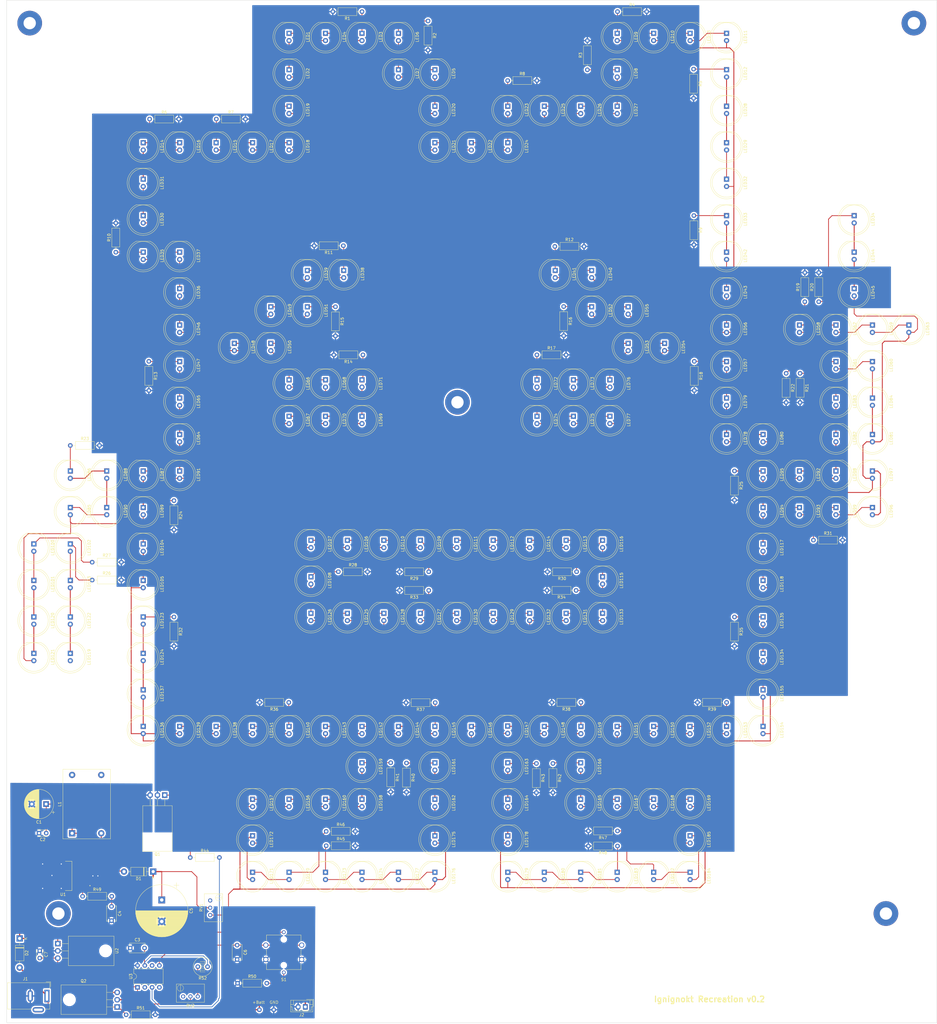
<source format=kicad_pcb>
(kicad_pcb (version 20221018) (generator pcbnew)
  (layers (0 "F.Cu" signal) (31 "B.Cu" signal) (34 "B.Paste" user) (35 "F.Paste" user) (36 "B.SilkS" user "B.Silkscreen") (37 "F.SilkS" user "F.Silkscreen") (38 "B.Mask" user) (39 "F.Mask" user) (44 "Edge.Cuts" user))
  (net 0 "")
  (net 1 "GND")
  (net 2 "Net-(U3-GP0)")
  (net 3 "Net-(D1-A)")
  (net 4 "Net-(LED1-K)")
  (net 5 "Net-(LED10-K)")
  (net 6 "Net-(LED14-K)")
  (net 7 "Net-(LED25-K)")
  (net 8 "Net-(LED40-A)")
  (net 9 "Net-(LED42-A)")
  (net 10 "Net-(LED73-K)")
  (net 11 "Net-(LED85-K)")
  (net 12 "Net-(LED87-K)")
  (net 13 "Net-(LED100-K)")
  (net 14 "Net-(LED100-A)")
  (net 15 "Net-(LED104-A)")
  (net 16 "Net-(LED109-K)")
  (net 17 "Net-(LED112-K)")
  (net 18 "Net-(LED138-A)")
  (net 19 "Net-(LED146-K)")
  (net 20 "Net-(LED148-K)")
  (net 21 "Net-(LED158-K)")
  (net 22 "Net-(LED182-K)")
  (net 23 "Net-(LED183-K)")
  (net 24 "Net-(Q1-G)")
  (net 25 "Net-(U1-COMP)")
  (net 26 "Net-(U3-GP4)")
  (net 30 "+12V")
  (net 31 "Net-(LED5-K)")
  (net 32 "Net-(LED11-K)")
  (net 33 "Net-(LED20-K)")
  (net 34 "Net-(LED22-K)")
  (net 35 "Net-(LED34-A)")
  (net 36 "Net-(LED59-K)")
  (net 37 "Net-(LED51-K)")
  (net 38 "Net-(LED67-K)")
  (net 39 "Net-(LED66-A)")
  (net 40 "Net-(LED81-K)")
  (net 41 "Net-(LED92-K)")
  (net 42 "Net-(LED95-K)")
  (net 43 "Net-(LED104-K)")
  (net 44 "Net-(LED106-K)")
  (net 45 "Net-(LED108-K)")
  (net 46 "Net-(LED117-K)")
  (net 47 "Net-(LED138-K)")
  (net 48 "Net-(LED142-K)")
  (net 49 "Net-(LED144-K)")
  (net 50 "Net-(LED150-K)")
  (net 51 "Net-(LED152-K)")
  (net 52 "Net-(LED154-K)")
  (net 53 "Net-(LED156-K)")
  (net 54 "Net-(LED161-K)")
  (net 55 "Net-(LED163-K)")
  (net 56 "Net-(LED165-K)")
  (net 57 "Net-(LED173-K)")
  (net 58 "Net-(LED180-K)")
  (net 59 "GND1")
  (net 60 "Net-(LED1-A)")
  (net 61 "Net-(LED10-A)")
  (net 62 "Net-(LED12-A)")
  (net 63 "Net-(LED34-K)")
  (net 64 "Net-(LED35-A)")
  (net 65 "Net-(LED38-A)")
  (net 66 "Net-(LED40-K)")
  (net 67 "Net-(LED52-K)")
  (net 68 "Net-(LED41-K)")
  (net 69 "Net-(LED44-A)")
  (net 70 "Net-(LED71-K)")
  (net 71 "Net-(LED101-A)")
  (net 72 "Net-(LED161-A)")
  (net 73 "Net-(LED163-A)")
  (net 74 "Net-(LED165-A)")
  (net 75 "Net-(LED113-K)")
  (net 76 "Net-(LED14-A)")
  (net 77 "Net-(LED140-K)")
  (net 78 "+BATT")
  (net 79 "+5V")
  (net 80 "Net-(LED3-A)")
  (net 81 "Net-(LED3-K)")
  (net 82 "Net-(LED8-K)")
  (net 83 "Net-(LED15-K)")
  (net 84 "Net-(LED16-K)")
  (net 85 "Net-(LED38-K)")
  (net 86 "Net-(LED58-A)")
  (net 87 "Net-(LED58-K)")
  (net 88 "Net-(LED64-A)")
  (net 89 "Net-(LED72-K)")
  (net 90 "Net-(LED78-A)")
  (net 91 "Net-(LED86-K)")
  (net 92 "Net-(LED88-A)")
  (net 93 "Net-(LED93-K)")
  (net 94 "Net-(LED94-K)")
  (net 95 "Net-(LED105-A)")
  (net 96 "Net-(LED111-K)")
  (net 97 "Net-(LED123-A)")
  (net 98 "Net-(LED123-K)")
  (net 99 "Net-(LED153-K)")
  (net 100 "Net-(LED159-K)")
  (net 101 "Net-(LED166-K)")
  (net 102 "Net-(U3-GP2)")
  (net 103 "Net-(D2-K)")
  (net 105 "VCC")
  (net 106 "Net-(C4-Pad1)")
  (net 107 "Net-(LED6-K)")
  (net 108 "Net-(LED30-K)")
  (net 109 "Net-(LED33-A)")
  (net 110 "Net-(LED48-K)")
  (net 111 "Net-(LED53-A)")
  (net 112 "Net-(LED60-A)")
  (net 113 "Net-(LED82-K)")
  (net 114 "Net-(LED96-K)")
  (net 115 "Net-(LED102-K)")
  (net 116 "Net-(LED108-A)")
  (net 117 "Net-(LED113-A)")
  (net 118 "Net-(LED115-A)")
  (net 119 "Net-(LED125-A)")
  (net 120 "Net-(LED129-K)")
  (net 121 "Net-(LED129-A)")
  (net 122 "Net-(LED134-K)")
  (net 123 "Net-(LED145-K)")
  (net 124 "Net-(LED150-A)")
  (net 125 "Net-(LED162-A)")
  (net 126 "Net-(LED181-K)")
  (net 127 "Net-(LED59-A)")
  (net 128 "Net-(LED115-K)")
  (net 129 "Net-(LED116-K)")
  (net 130 "Net-(LED157-K)")
  (net 131 "Net-(LED170-K)")
  (net 132 "Net-(LED173-A)")
  (net 133 "Net-(LED174-A)")
  (net 134 "Net-(LED167-A)")
  (net 135 "Net-(LED169-K)")
  (net 136 "Net-(LED35-K)")
  (net 137 "Net-(LED36-A)")
  (net 138 "Net-(LED23-K)")
  (net 139 "Net-(LED52-A)")
  (net 140 "Net-(LED9-K)")
  (net 141 "Net-(LED27-K)")
  (net 142 "Net-(LED28-A)")
  (net 143 "Net-(LED33-K)")
  (net 144 "Net-(LED134-A)")
  (net 145 "Net-(LED135-K)")
  (net 146 "Net-(LED140-A)")
  (net 147 "Net-(LED6-A)")
  (net 148 "Net-(LED12-K)")
  (net 149 "Net-(LED15-A)")
  (net 150 "Net-(LED17-A)")
  (net 151 "Net-(LED18-A)")
  (net 152 "Net-(LED23-A)")
  (net 153 "Net-(LED26-K)")
  (net 154 "Net-(LED29-A)")
  (net 155 "Net-(LED36-K)")
  (net 156 "Net-(LED39-A)")
  (net 157 "Net-(LED43-A)")
  (net 158 "Net-(LED47-K)")
  (net 159 "Net-(LED47-A)")
  (net 160 "Net-(LED50-K)")
  (net 161 "Net-(LED50-A)")
  (net 162 "Net-(LED54-K)")
  (net 163 "Net-(LED57-K)")
  (net 164 "Net-(LED57-A)")
  (net 165 "Net-(LED60-K)")
  (net 166 "Net-(LED61-K)")
  (net 167 "Net-(LED64-K)")
  (net 168 "Net-(LED69-K)")
  (net 169 "Net-(LED69-A)")
  (net 170 "Net-(LED72-A)")
  (net 171 "Net-(LED74-A)")
  (net 172 "Net-(LED75-A)")
  (net 173 "Net-(LED78-K)")
  (net 174 "Net-(LED82-A)")
  (net 175 "Net-(LED83-K)")
  (net 176 "Net-(LED86-A)")
  (net 177 "Net-(LED87-A)")
  (net 178 "Net-(LED93-A)")
  (net 179 "Net-(LED96-A)")
  (net 180 "Net-(LED102-A)")
  (net 181 "Net-(LED103-A)")
  (net 182 "Net-(LED106-A)")
  (net 183 "Net-(LED109-A)")
  (net 184 "Net-(LED117-A)")
  (net 185 "Net-(LED119-K)")
  (net 186 "Net-(LED120-A)")
  (net 187 "Net-(LED124-A)")
  (net 188 "Net-(LED125-K)")
  (net 189 "Net-(LED127-K)")
  (net 190 "Net-(LED127-A)")
  (net 191 "Net-(LED131-K)")
  (net 192 "Net-(LED136-K)")
  (net 193 "Net-(LED142-A)")
  (net 194 "Net-(LED147-K)")
  (net 195 "Net-(LED149-K)")
  (net 196 "Net-(LED158-A)")
  (net 197 "Net-(LED164-A)")
  (net 198 "Net-(LED170-A)")
  (net 199 "Net-(LED171-A)")
  (net 200 "Net-(LED176-K)")
  (net 201 "Net-(LED179-K)")
  (net 202 "Net-(LED182-A)")
  (net 203 "Net-(LED184-A)")
  (net 204 "Net-(R52-Pad2)")
  (net 205 "Net-(LED21-K)")
  (net 208 "Net-(R50-Pad2)")
  (footprint "LED_THT:LED_D10.0mm" (layer "F.Cu") (at 142.09 201.33)
    (fp_text reference "LED110")
    (fp_text value "LED" hide)
  )
  (footprint "LED_THT:LED_D10.0mm" (layer "F.Cu") (at 210.67 316.9)
    (fp_text reference "LED181")
    (fp_text value "LED" hide)
  )
  (footprint "LED_THT:LED_D10.0mm" (layer "F.Cu") (at 109.07 291.5)
    (fp_text reference "LED156")
    (fp_text value "LED" hide)
  )
  (footprint "LED_THT:LED_D10.0mm" (layer "F.Cu") (at 197.97 50.2)
    (fp_text reference "LED25")
    (fp_text value "LED" hide)
  )
  (footprint "LED_THT:LED_D10.0mm" (layer "F.Cu") (at 223.37 24.8)
    (fp_text reference "LED9")
    (fp_text value "LED" hide)
  )
  (footprint "LED_THT:LED_D10.0mm" (layer "F.Cu") (at 195.43 145.45)
    (fp_text reference "LED72")
    (fp_text value "LED" hide)
  )
  (footprint "Resistor_THT:R_Axial_DIN0207_L6.3mm_D2.5mm_P10.16mm_Horizontal" (layer "F.Cu") (at 214.25 36.25 90)
    (fp_text reference "R3")
    (fp_text value "76" hide)
  )
  (footprint "LED_THT:LED_D10.0mm" (layer "F.Cu") (at 142.09 226.73)
    (fp_text reference "LED128")
    (fp_text value "LED" hide)
  )
  (footprint "LED_THT:LED_D10.0mm" (layer "F.Cu") (at 218.29 201.33)
    (fp_text reference "LED116")
    (fp_text value "LED" hide)
  )
  (footprint "LED_THT:LED_D10.0mm" (layer "F.Cu") (at 90.02 132.75)
    (fp_text reference "LED48")
    (fp_text value "LED" hide)
  )
  (footprint "LED_THT:LED_D10.0mm" (layer "F.Cu") (at 134.47 145.45)
    (fp_text reference "LED71")
    (fp_text value "LED" hide)
  )
  (footprint "LED_THT:LED_D10.0mm" (layer "F.Cu") (at 70.97 266.1)
    (fp_text reference "LED139")
    (fp_text value "LED" hide)
  )
  (footprint "Capacitor_THT:C_Disc_D5.1mm_W3.2mm_P5.00mm" (layer "F.Cu") (at 48.5 327.5 -90)
    (fp_text reference "C4")
    (fp_text value "0.33µF")
  )
  (footprint "LED_THT:LED_D10.0mm" (layer "F.Cu") (at 223.37 37.5)
    (fp_text reference "LED8")
    (fp_text value "LED" hide)
  )
  (footprint "LED_THT:LED_D10.0mm" (layer "F.Cu") (at 96.37 304.2)
    (fp_text reference "LED172")
    (fp_text value "LED" hide)
  )
  (footprint "LED_THT:LED_D10.0mm" (layer "F.Cu") (at 261.47 50.2)
    (fp_text reference "LED28")
    (fp_text value "LED" hide)
  )
  (footprint "LED_THT:LED_D10.0mm" (layer "F.Cu") (at 299.57 164.5)
    (fp_text reference "LED82")
    (fp_text value "LED" hide)
  )
  (footprint "LED_THT:LED_D10.0mm" (layer "F.Cu") (at 115.42 120.05)
    (fp_text reference "LED51")
    (fp_text value "LED" hide)
  )
  (footprint "LED_THT:LED_D10.0mm" (layer "F.Cu") (at 109.07 24.8)
    (fp_text reference "LED1")
    (fp_text value "LED" hide)
  )
  (footprint "Package_TO_SOT_THT:TO-220-3_Horizontal_TabDown" (layer "F.Cu") (at 50.48 362.54 90)
    (fp_text reference "Q2")
    (fp_text value "FQP27P06")
  )
  (footprint "LED_THT:LED_D10.0mm" (layer "F.Cu") (at 210.73 266.1)
    (fp_text reference "LED149")
    (fp_text value "LED" hide)
  )
  (footprint "LED_THT:LED_D10.0mm" (layer "F.Cu") (at 180.19 201.33)
    (fp_text reference "LED112")
    (fp_text value "LED" hide)
  )
  (footprint "LED_THT:LED_D10.0mm" (layer "F.Cu") (at 102.72 120.05)
    (fp_text reference "LED49")
    (fp_text value "LED" hide)
  )
  (footprint "LED_THT:LED_D10.0mm" (layer "F.Cu") (at 134.47 278.8)
    (fp_text reference "LED159")
    (fp_text value "LED" hide)
  )
  (footprint "LED_THT:LED_D10.0mm" (layer "F.Cu") (at 58.27 202.6)
    (fp_text reference "LED104")
    (fp_text value "LED" hide)
  )
  (footprint "LED_THT:LED_D10.0mm" (layer "F.Cu") (at 248.77 316.9)
    (fp_text reference "LED184")
    (fp_text value "LED" hide)
  )
  (footprint "LED_THT:LED_D10.0mm" (layer "F.Cu") (at 134.47 158.15)
    (fp_text reference "LED69")
    (fp_text value "LED" hide)
  )
  (footprint "Resistor_THT:R_Axial_DIN0207_L6.3mm_D2.5mm_P10.16mm_Horizontal" (layer "F.Cu") (at 251.25 36 -90)
    (fp_text reference "R5")
    (fp_text value "76" hide)
  )
  (footprint "LED_THT:LED_D10.0mm" (layer "F.Cu") (at 121.77 291.5)
    (fp_text reference "LED160")
    (fp_text value "LED" hide)
  )
  (footprint "Package_TO_SOT_THT:TO-220-3_Horizontal_TabDown" (layer "F.Cu") (at 67.04 288.77 180)
    (fp_text reference "Q1")
    (fp_text value "IRLB8721PBF")
  )
  (footprint "Resistor_THT:R_Axial_DIN0207_L6.3mm_D2.5mm_P10.16mm_Horizontal" (layer "F.Cu") (at 251.5 137.75 -90)
    (fp_text reference "R18")
    (fp_text value "76" hide)
  )
  (footprint "Custom:SW_TSD1265" (layer "F.Cu") (at 108.5 343.5 -90)
    (fp_text reference "S1")
    (fp_text value "TSD1265")
  )
  (footprint "Capacitor_THT:CP_Radial_D18.0mm_P7.50mm" (layer "F.Cu") (at 66 325.27222 -90)
    (fp_text reference "C5")
    (fp_text value "3300µF")
  )
  (footprint "LED_THT:LED_D10.0mm" (layer "F.Cu") (at 96.37 316.9)
    (fp_text reference "LED171")
    (fp_text value "LED" hide)
  )
  (footprint "LED_THT:LED_D10.0mm" (layer "F.Cu") (at 58.27 266.1)
    (fp_text reference "LED136")
    (fp_text value "LED" hide)
  )
  (footprint "LED_THT:LED_D10.0mm" (layer "F.Cu") (at 147.17 24.8)
    (fp_text reference "LED6")
    (fp_text value "LED" hide)
  )
  (footprint "LED_THT:LED_D10.0mm" (layer "F.Cu") (at 312.27 126.4)
    (fp_text reference "LED59")
    (fp_text value "LED" hide)
  )
  (footprint "Resistor_THT:R_Axial_DIN0207_L6.3mm_D2.5mm_P10.16mm_Horizontal" (layer "F.Cu") (at 41.76 207.68)
    (fp_text reference "R27")
    (fp_text value "76" hide)
  )
  (footprint "LED_THT:LED_D10.0mm" (layer "F.Cu") (at 121.77 316.9)
    (fp_text reference "LED173")
    (fp_text value "LED" hide)
  )
  (footprint "LED_THT:LED_D10.0mm" (layer "F.Cu") (at 172.57 266.1)
    (fp_text reference "LED146")
    (fp_text value "LED" hide)
  )
  (footprint "Capacitor_THT:C_Disc_D3.0mm_W2.0mm_P2.50mm" (layer "F.Cu") (at 23.5 343 -90)
    (fp_text reference "C7")
    (fp_text value "0.1µF")
  )
  (footprint "LED_THT:LED_D10.0mm" (layer "F.Cu") (at 192.89 201.33)
    (fp_text reference "LED114")
    (fp_text value "LED" hide)
  )
  (footprint "LED_THT:LED_D10.0mm" (layer "F.Cu") (at 261.47 151.8)
    (fp_text reference "LED79")
    (fp_text value "LED" hide)
  )
  (footprint "LED_THT:LED_D10.0mm" (layer "F.Cu") (at 32.87 177.2)
    (fp_text reference "LED86")
    (fp_text value "LED" hide)
  )
  (footprint "LED_THT:LED_D10.0mm" (layer "F.Cu") (at 116.69 214.03)
    (fp_text reference "LED108")
    (fp_text value "LED" hide)
  )
  (footprint "LED_THT:LED_D10.0mm" (layer "F.Cu") (at 185.27 304.2)
    (fp_text reference "LED178")
    (fp_text value "LED" hide)
  )
  (footprint "Resistor_THT:R_Axial_DIN0207_L6.3mm_D2.5mm_P10.16mm_Horizontal" (layer "F.Cu") (at 127.5 211)
    (fp_text reference "R28")
    (fp_text value "76" hide)
  )
  (footprint "Resistor_THT:R_Axial_DIN0207_L6.3mm_D2.5mm_P10.16mm_Horizontal" (layer "F.Cu") (at 290 117 90)
    (fp_text reference "R19")
    (fp_text value "76" hide)
  )
  (footprint "Diode_THT:D_DO-41_SOD81_P10.16mm_Horizontal" (layer "F.Cu") (at 63.01 315.4 180)
    (fp_text reference "D1")
    (fp_text value "1N5819")
  )
  (footprint "LED_THT:LED_D10.0mm" (layer "F.Cu") (at 159.87 291.5)
    (fp_text reference "LED162")
    (fp_text value "LED" hide)
  )
  (footprint "LED_THT:LED_D10.0mm" (layer "F.Cu") (at 109.07 158.15)
    (fp_text reference "LED67")
    (fp_text value "LED" hide)
  )
  (footprint "LED_THT:LED_D10.0mm" (layer "F.Cu") (at 129.39 226.73)
    (fp_text reference "LED125")
    (fp_text value "LED" hide)
  )
  (footprint "Package_DIP:DIP-8_W7.62mm" (layer "F.Cu") (at 57.55 355.7 90)
    (fp_text reference "U3")
    (fp_text value "PIC12F675-IMC")
  )
  (footprint "Resistor_THT:R_Axial_DIN0207_L6.3mm_D2.5mm_P10.16mm_Horizontal" (layer "F.Cu") (at 212 256.5 180)
    (fp_text reference "R38")
    (fp_text value "76" hide)
  )
  (footprint "LED_THT:LED_D10.0mm" (layer "F.Cu") (at 286.87 126.4)
    (fp_text reference "LED58")
    (fp_text value "LED" hide)
  )
  (footprint "LED_THT:LED_D10.0mm" (layer "F.Cu") (at 312.27 151.8)
    (fp_text reference "LED84")
    (fp_text value "LED" hide)
  )
  (footprint "LED_THT:LED_D10.0mm" (layer "F.Cu") (at 195.43 158.15)
    (fp_text reference "LED74")
    (fp_text value "LED" hide)
  )
  (footprint "LED_THT:LED_D10.0mm" (layer "F.Cu") (at 261.47 266.1)
    (fp_text reference "LED153")
    (fp_text value "LED" hide)
  )
  (footprint "LED_THT:LED_D10.0mm" (layer "F.Cu") (at 58.27 240.7)
    (fp_text reference "LED124")
    (fp_text value "LED" hide)
  )
  (footprint "Resistor_THT:R_Axial_DIN0207_L6.3mm_D2.5mm_P10.16mm_Horizontal" (layer "F.Cu") (at 224.75 306.5 180)
    (fp_text reference "R48")
    (fp_text value "76" hide)
  )
  (footprint "LED_THT:LED_D10.0mm" (layer "F.Cu") (at 218.29 214.03)
    (fp_text reference "LED115")
    (fp_text value "LED" hide)
  )
  (footprint "LED_THT:LED_D10.0mm" (layer "F.Cu") (at 274.17 189.9)
    (fp_text reference "LED94")
    (fp_text value "LED" hide)
  )
  (footprint "LED_THT:LED_D10.0mm" (layer "F.Cu") (at 218.29 226.73)
    (fp_text reference "LED133")
    (fp_text value "LED" hide)
  )
  (footprint "LED_THT:LED_D10.0mm" (layer "F.Cu") (at 45.57 177.2)
    (fp_text reference "LED88")
    (fp_text value "LED" hide)
  )
  (footprint "Resistor_THT:R_Axial_DIN0207_L6.3mm_D2.5mm_P10.16mm_Horizontal" (layer "F.Cu") (at 265.5 226.75 -90)
    (fp_text reference "R35")
    (fp_text value "76" hide)
  )
  (footprint "Connector_JST:JST_EH_B2B-EH-A_1x02_P2.50mm_Vertical" (layer "F.Cu") (at 116 362.5 180)
    (fp_text reference "J2")
    (fp_text value "Conn_01x02_Pin")
  )
  (footprint "Resistor_THT:R_Axial_DIN0207_L6.3mm_D2.5mm_P10.16mm_Horizontal" (layer "F.Cu") (at 262.75 256.5 180)
    (fp_text reference "R39")
    (fp_text value "76" hide)
  )
  (footprint "LED_THT:LED_D10.0mm" (layer "F.Cu") (at 32.87 189.9)
    (fp_text reference "LED85")
    (fp_text value "LED" hide)
  )
  (footprint "Resistor_THT:R_Axial_DIN0207_L6.3mm_D2.5mm_P10.16mm_Horizontal" (layer "F.Cu") (at 294.85 117 90)
    (fp_text reference "R20")
    (fp_text value "340" hide)
  )
  (footprint "LED_THT:LED_D10.0mm" (layer "F.Cu") (at 154.79 226.73)
    (fp_text reference "LED127")
    (fp_text value "LED" hide)
  )
  (footprint "" (layer "F.Cu") (at 20 20)
    (fp_text reference "")
    (fp_text value "")
  )
  (footprint "LED_THT:LED_D10.0mm" (layer "F.Cu") (at 116.69 226.73)
    (fp_text reference "LED126")
    (fp_text value "LED" hide)
  )
  (footprint "LED_THT:LED_D10.0mm" (layer "F.Cu") (at 236.07 24.8)
    (fp_text reference "LED10")
    (fp_text value "LED" hide)
  )
  (footprint "Resistor_THT:R_Axial_DIN0207_L6.3mm_D2.5mm_P10.16mm_Horizontal" (layer "F.Cu") (at 202.25 277.75 -90)
    (fp_text reference "R42")
    (fp_text value "76" hide)
  )
  (footprint "Resistor_THT:R_Axial_DIN0207_L6.3mm_D2.5mm_P10.16mm_Horizontal" (layer "F.Cu") (at 293 200)
    (fp_text reference "R31")
    (fp_text value "76" hide)
  )
  (footprint "LED_THT:LED_D10.0mm" (layer "F.Cu") (at 147.17 266.1)
    (fp_text reference "LED144")
    (fp_text value "LED" hide)
  )
  (footprint "LED_THT:LED_D10.0mm" (layer "F.Cu") (at 70.97 62.9)
    (fp_text reference "LED16")
    (fp_text value "LED" hide)
  )
  (footprint "LED_THT:LED_D10.0mm" (layer "F.Cu") (at 220.83 145.45)
    (fp_text reference "LED76")
    (fp_text value "LED" hide)
  )
  (footprint "LED_THT:LED_D10.0mm" (layer "F.Cu") (at 121.77 24.8)
    (fp_text reference "LED4")
    (fp_text value "LED" hide)
  )
  (footprint "LED_THT:LED_D10.0mm" (layer "F.Cu") (at 58.27 88.3)
    (fp_text reference "LED30")
    (fp_text value "LED" hide)
  )
  (footprint "LED_THT:LED_D10.0mm" (layer "F.Cu") (at 159.87 50.2)
    (fp_text reference "LED20")
    (fp_text value "LED" hide)
  )
  (footprint "LED_THT:LED_D10.0mm" (layer "F.Cu") (at 147.17 316.9)
    (fp_text reference "LED177")
    (fp_text value "LED" hide)
  )
  (footprint "Resistor_THT:R_Axial_DIN0207_L6.3mm_D2.5mm_P10.16mm_Horizontal" (layer "F.Cu") (at 206 118.67 -90)
    (fp_text reference "R16")
    (fp_text value "76" hide)
  )
  (footprint "LED_THT:LED_D10.0mm" (layer "F.Cu") (at 286.87 177.2)
    (fp_text reference "LED92")
    (fp_text value "LED" hide)
  )
  (footprint "LED_THT:LED_D10.0mm" (layer "F.Cu") (at 129.39 201.33)
    (fp_text reference "LED106")
    (fp_text value "LED" hide)
  )
  (footprint "LED_THT:LED_D10.0mm" (layer "F.Cu") (at 274.17 266.1)
    (fp_text reference "LED154")
    (fp_text value "LED" hide)
  )
  (footprint "LED_THT:LED_D10.0mm" (layer "F.Cu") (at 248.77 291.5)
    (fp_text reference "LED169")
    (fp_text value "LED" hide)
  )
  (footprint "LED_THT:LED_D10.0mm" (layer "F.Cu") (at 274.17 164.5)
    (fp_text reference "LED80")
    (fp_text value "LED" hide)
  )
  (footprint "LED_THT:LED_D10.0mm" (layer "F.Cu") (at 167.49 201.33)
    (fp_text reference "LED111")
    (fp_text value "LED" hide)
  )
  (footprint "Resistor_THT:R_Axial_DIN0207_L6.3mm_D2.5mm_P10.16mm_Horizontal" (layer "F.Cu") (at 123.27 306.4)
    (fp_text reference "R45")
    (fp_text value "76" hide)
  )
  (footprint "LED_THT:LED_D10.0mm" (layer "F.Cu") (at 83.67 266.1)
    (fp_text reference "LED138")
    (fp_text value "LED" hide)
  )
  (footprint "LED_THT:LED_D10.0mm" (layer "F.Cu") (at 210.67 50.2)
    (fp_text reference "LED26")
    (fp_text value "LED" hide)
  )
  (footprint "Resistor_THT:R_Axial_DIN0207_L6.3mm_D2.5mm_P10.16mm_Horizontal" (layer "F.Cu") (at 159 217.5 180)
    (fp_text reference "R33")
    (fp_text value "76" hide)
  )
  (footprint "LED_THT:LED_D10.0mm" (layer "F.Cu") (at 261.47 75.6)
    (fp_text reference "LED32")
    (fp_text value "LED" hide)
  )
  (footprint "Resistor_THT:R_Axial_DIN0207_L6.3mm_D2.5mm_P10.16mm_Horizontal" (layer "F.Cu") (at 61.5 137.75 -90)
    (fp_text reference "R13")
    (fp_text value "76" hide)
  )
  (footprint "Resistor_THT:R_Axial_DIN0207_L6.3mm_D2.5mm_P10.16mm_Horizontal" (layer "F.Cu") (at 135.75 16 180)
    (fp_text reference "R1")
    (fp_text value "76" hide)
  )
  (footprint "LED_THT:LED_D10.0mm" (layer "F.Cu") (at 159.87 278.8)
    (fp_text reference "LED161")
    (fp_text value "LED" hide)
  )
  (footprint "LED_THT:LED_D10.0mm" (layer "F.Cu") (at 305.92 113.7)
    (fp_text reference "LED45")
    (fp_text value "LED" hide)
  )
  (footprint "LED_THT:LED_D10.0mm" (layer "F.Cu") (at 248.77 304.2)
    (fp_text reference "LED185")
    (fp_text value "LED" hide)
  )
  (footprint "LED_THT:LED_D10.0mm" (layer "F.Cu") (at 32.87 202.6)
    (fp_text reference "LED102")
    (fp_text value "LED" hide)
  )
  (footprint "LED_THT:LED_D10.0mm" (layer "F.Cu") (at 109.07 266.1)
    (fp_text reference "LED140")
    (fp_text value "LED" hide)
  )
  (footprint "Connector_BarrelJack:BarrelJack_Wuerth_6941xx301002" (layer "F.Cu") (at 26 358.7 -90)
    (fp_text reference "J1")
    (fp_text value "Barrel_Jack_Switch")
  )
  (footprint "LED_THT:LED_D10.0mm" (layer "F.Cu") (at 185.23 265.995)
    (fp_text reference "LED147")
    (fp_text value "LED" hide)
  )
  (footprint "Resistor_THT:R_Axial_DIN0207_L6.3mm_D2.5mm_P10.16mm_Horizontal" (layer "F.Cu") (at 265.5 175.92 -90)
    (fp_text reference "R25")
    (fp_text value "76" hide)
  )
  (footprint "LED_THT:LED_D10.0mm" (layer "F.Cu") (at 58.27 177.2)
    (fp_text reference "LED87")
    (fp_text value "LED" hide)
  )
  (footprint "LED_THT:LED_D10.0mm" (layer "F.Cu") (at 58.27 253.4)
    (fp_text reference "LED137")
    (fp_text value "LED" hide)
  )
  (footprint "LED_THT:LED_D10.0mm" (layer "F.Cu") (at 261.47 139.1)
    (fp_text reference "LED57")
    (fp_text value "LED" hide)
  )
  (footprint "LED_THT:LED_D10.0mm" (layer "F.Cu") (at 102.72 132.75)
    (fp_text reference "LED50")
    (fp_text value "LED" hide)
  )
  (footprint "Resistor_THT:R_Axial_DIN0207_L6.3mm_D2.5mm_P10.16mm_Horizontal" (layer "F.Cu") (at 145.75 277.5 -90)
    (fp_text reference "R41")
    (fp_text value "76" hide)
  )
  (footprint "LED_THT:LED_D10.0mm" (layer "F.Cu") (at 159.87 62.9)
    (fp_text reference "LED21")
    (fp_text value "LED" hide)
  )
  (footprint "" (layer "F.Cu") (at 100 363.5)
    (fp_text reference "")
    (fp_text value "")
  )
  (footprint "LED_THT:LED_D10.0mm" (layer "F.Cu") (at 70.97 126.4)
    (fp_text reference "LED46")
    (fp_text value "LED" hide)
  )
  (footprint "LED_THT:LED_D10.0mm" (layer "F.Cu") (at 214.48 120.05)
    (fp_text reference "LED52")
    (fp_text value "LED" hide)
  )
  (footprint "LED_THT:LED_D10.0mm" (layer "F.Cu") (at 70.97 177.2)
    (fp_text reference "LED91")
    (fp_text value "LED" hide)
  )
  (footprint "LED_THT:LED_D10.0mm" (layer "F.Cu") (at 20.17 215.3)
    (fp_text reference "LED101")
    (fp_text value "LED" hide)
  )
  (footprint "Custom:VREG_TPS79625KTTR - LM2585S-12" (layer "F.Cu") (at 35.41 316.9)
    (fp_text reference "U1")
    (fp_text value "LM2585S-12")
  )
  (footprint "LED_THT:LED_D10.0mm" (layer "F.Cu") (at 223.37 291.5)
    (fp_text reference "LED167")
    (fp_text value "LED" hide)
  )
  (footprint "LED_THT:LED_D10.0mm" (layer "F.Cu") (at 185.27 291.5)
    (fp_text reference "LED164")
    (fp_text value "LED" hide)
  )
  (footprint "LED_THT:LED_D10.0mm" (layer "F.Cu") (at 261.47 126.4)
    (fp_text reference "LED56")
    (fp_text value "LED" hide)
  )
  (footprint "LED_THT:LED_D10.0mm" (layer "F.Cu") (at 58.27 189.9)
    (fp_text reference "LED89")
    (fp_text value "LED" hide)
  )
  (footprint "LED_THT:LED_D10.0mm" (layer "F.Cu") (at 274.17 253.4)
    (fp_text reference "LED155")
    (fp_text value "LED" hide)
  )
  (footprint "LED_THT:LED_D10.0mm" (layer "F.Cu") (at 45.57 189.9)
    (fp_text reference "LED90")
    (fp_text value "LED" hide)
  )
  (footprint "LED_THT:LED_D10.0mm" (layer "F.Cu") (at 236.07 316.9)
    (fp_text reference "LED182")
    (fp_text value "LED" hide)
  )
  (footprint "Capacitor_THT:CP_Radial_D10.0mm_P5.00mm" (layer "F.Cu") (at 25.717677 291.9 180)
    (fp_text reference "C1")
    (fp_text value "470µF")
  )
  (footprint "Capacitor_THT:C_Disc_D5.1mm_W3.2mm_P5.00mm" (layer "F.Cu") (at 55 342)
    (fp_text reference "C3")
    (fp_text value "1µF")
  )
  (footprint "LED_THT:LED_D10.0mm" (layer "F.Cu") (at 312.27 189.9)
    (fp_text reference "LED96")
    (fp_text value "LED" hide)
  )
  (footprint "LED_THT:LED_D10.0mm" (layer "F.Cu") (at 109.07 37.5)
    (fp_text reference "LED2")
    (fp_text value "LED" hide)
  )
  (footprint "Inductor_THT:L_CommonMode_Toroid_Vertical_L24.0mm_W16.3mm_Px10.16mm_Py20.32mm_Murata_5200" (layer "F.Cu") (at 34.77 302.06 90)
    (fp_text reference "L1")
    (fp_text value "32µH")
  )
  (footprint "Package_TO_SOT_THT:TO-220-3_Horizontal_TabDown" (layer "F.Cu") (at 29.77 340.46 -90)
    (fp_text reference "U2")
    (fp_text value "LM2937ET-5.0")
  )
  (footprint "Resistor_THT:R_Axial_DIN0207_L6.3mm_D2.5mm_P10.16mm_Horizontal" (layer "F.Cu") (at 196.5 277.75 -90)
    (fp_text reference "R43")
    (fp_text value "340" hide)
  )
  (footprint "" (layer "F.Cu") (at 328 20)
    (fp_text reference "")
    (fp_text value "")
  )
  (footprint "Resistor_THT:R_Axial_DIN0207_L6.3mm_D2.5mm_P10.16mm_Horizontal" (layer "F.Cu") (at 158.75 19.25 -90)
    (fp_text reference "R2")
    (fp_text value "76" hide)
  )
  (footprint "LED_THT:LED_D10.0mm" (layer "F.Cu") (at 205.59 201.33)
    (fp_text reference "LED113")
    (fp_text value "LED" hide)
  )
  (footprint "LED_THT:LED_D10.0mm" (layer "F.Cu") (at 134.47 291.5)
    (fp_text reference "LED158")
    (fp_text value "LED" hide)
  )
  (footprint "LED_THT:LED_D10.0mm" (layer "F.Cu") (at 274.17 240.7)
    (fp_text reference "LED134")
    (fp_text value "LED" hide)
  )
  (footprint "LED_THT:LED_D10.0mm" (layer "F.Cu") (at 197.97 266.1)
    (fp_text reference "LED148")
    (fp_text value "LED" hide)
  )
  (footprint "LED_THT:LED_D10.0mm" (layer "F.Cu") (at 147.17 37.5)
    (fp_text reference "LED7")
    (fp_text value "LED" hide)
  )
  (footprint "LED_THT:LED_D10.0mm" (layer "F.Cu") (at 58.27 75.6)
    (fp_text reference "LED31")
    (fp_text value "LED" hide)
  )
  (footprint "LED_THT:LED_D10.0mm" (layer "F.Cu") (at 201.78 107.35)
    (fp_text reference "LED41")
    (fp_text value "LED" hide)
  )
  (footprint "LED_THT:LED_D10.0mm" (layer "F.Cu") (at 261.47 113.7)
    (fp_text reference "LED43")
    (fp_text value "LED" hide)
  )
  (footprint "Capacitor_THT:C_Disc_D5.1mm_W3.2mm_P5.00mm" (layer "F.Cu") (at 92.25 341 -90)
    (fp_text reference "C6")
    (fp_text value "1µF")
  )
  (footprint "LED_THT:LED_D10.0mm" (layer "F.Cu") (at 299.57 189.9)
    (fp_text reference "LED99")
    (fp_text value "LED" hide)
  )
  (footprint "LED_THT:LED_D10.0mm" (layer "F.Cu") (at 96.37 291.5)
    (fp_text reference "LED157")
    (fp_text value "LED" hide)
  )
  (footprint "LED_THT:LED_D10.0mm" (layer "F.Cu") (at 261.47 24.8)
    (fp_text reference "LED11")
    (fp_text value "LED" hide)
  )
  (footprint "LED_THT:LED_D10.0mm" (layer "F.Cu") (at 324.97 126.4)
    (fp_text reference "LED63")
    (fp_text value "LED" hide)
  )
  (footprint "LED_THT:LED_D10.0mm" (layer "F.Cu") (at 185.27 62.9)
    (fp_text reference "LED24")
    (fp_text value "LED" hide)
  )
  (footprint "Potentiometer_THT:Potentiometer_Bourns_3299W_Vertical" (layer "F.Cu") (at 82.875 325.45 90)
    (fp_text reference "RV1")
    (fp_text value "1k")
  )
  (footprint "Resistor_THT:R_Axial_DIN0207_L6.3mm_D2.5mm_P10.16mm_Horizontal" (layer "F.Cu") (at 288.35 141.92 -90)
    (fp_text reference "R21")
    (fp_text value "76" hide)
  )
  (footprint "LED_THT:LED_D10.0mm" (layer "F.Cu") (at 299.57 126.4)
    (fp_text reference "LED62")
    (fp_text value "LED" hide)
  )
  (footprint "OptoDevice:R_LDR_D6.4mm_P3.4mm_Vertical" (layer "F.Cu") (at 81.95 348.5 180)
    (fp_text reference "R52")
    (fp_text value "R_Photo")
  )
  (footprint "LED_THT:LED_D10.0mm" (layer "F.Cu") (at 205.59 226.73)
    (fp_text reference "LED131")
    (fp_text value "LED" hide)
  )
  (footprint "Resistor_THT:R_Axial_DIN0207_L6.3mm_D2.5mm_P10.16mm_Horizontal" (layer "F.Cu") (at 202.92 97.75)
    (fp_text reference "R12")
    (fp_text value "76" hide)
  )
  (footprint "Resistor_THT:R_Axial_DIN0207_L6.3mm_D2.5mm_P10.16mm_Horizontal" (layer "F.Cu") (at 151.25 277.59 -90)
    (fp_text reference "R40")
    (fp_text value "340" hide)
  )
  (footprint "LED_THT:LED_D10.0mm" (layer "F.Cu") (at 32.87 240.7)
    (fp_text reference "LED119")
    (fp_text value "LED" hide)
  )
  (footprint "Resistor_THT:R_Axial_DIN0207_L6.3mm_D2.5mm_P10.16mm_Horizontal" (layer "F.Cu") (at 38.42 324)
    (fp_text reference "R49")
    (fp_text value "3k")
  )
  (footprint "LED_THT:LED_D10.0mm" (layer "F.Cu") (at 58.27 228)
    (fp_text reference "LED123")
    (fp_text value "LED" hide)
  )
  (footprint "Resistor_THT:R_Axial_DIN0207_L6.3mm_D2.5mm_P10.16mm_Horizontal" (layer "F.Cu") (at 159 211 180)
    (fp_text reference "R29")
    (fp_text value "76" hide)
  )
  (footprint "LED_THT:LED_D10.0mm" (layer "F.Cu") (at 210.67 291.5)
    (fp_text reference "LED165")
    (fp_text value "LED" hide)
  )
  (footprint "LED_THT:LED_D10.0mm" (layer "F.Cu") (at 223.355 266.105)
    (fp_text reference "LED151")
    (fp_text value "LED" hide)
  )
  (footprint "LED_THT:LED_D10.0mm" (layer "F.Cu") (at 185.27 316.9)
    (fp_text reference "LED179")
    (fp_text value "LED" hide)
  )
  (footprint "Resistor_THT:R_Axial_DIN0207_L6.3mm_D2.5mm_P10.16mm_Horizontal" (layer "F.Cu") (at 70.25 226.75 -90)
    (fp_text reference "R32")
    (fp_text value "76" hide)
  )
  (footprint "LED_THT:LED_D10.0mm" (layer "F.Cu") (at 180.19 226.73)
    (fp_text reference "LED129")
    (fp_text value "LED" hide)
  )
  (footprint "LED_THT:LED_D10.0mm" (layer "F.Cu") (at 227.18 120.05)
    (fp_text reference "LED55")
    (fp_text value "LED" hide)
  )
  (footprint "LED_THT:LED_D10.0mm" (layer "F.Cu") (at 58.27 62.9)
    (fp_text reference "LED14")
    (fp_text value "LED" hide)
  )
  (footprint "LED_THT:LED_D10.0mm" (layer "F.Cu") (at 32.87 215.3)
    (fp_text reference "LED103")
    (fp_text value "LED" hide)
  )
  (footprint "LED_THT:LED_D10.0mm" (layer "F.Cu") (at 274.17 202.6)
    (fp_text reference "LED117")
    (fp_text value "LED" hide)
  )
  (footprint "LED_THT:LED_D10.0mm" (layer "F.Cu") (at 236.07 291.5)
    (fp_text reference "LED168")
    (fp_text value "LED" hide)
  )
  (footprint "Resistor_THT:R_Axial_DIN0207_L6.3mm_D2.5mm_P10.16mm_Horizontal" (layer "F.Cu") (at 53.59 365.25)
    (fp_text reference "R51")
    (fp_text value "100k")
  )
  (footprint "LED_THT:LED_D10.0mm" (layer "F.Cu") (at 305.92 101)
    (fp_text reference "LED44")
    (fp_text value "LED" hide)
  )
  (footprint "LED_THT:LED_D10.0mm" (layer "F.Cu") (at 261.47 62.9)
    (fp_text reference "LED29")
    (fp_text value "LED" hide)
  )
  (footprint "LED_THT:LED_D10.0mm" (layer "F.Cu") (at 70.97 101)
    (fp_text reference "LED37")
    (fp_text value "LED" hide)
  )
  (footprint "LED_THT:LED_D10.0mm" (layer "F.Cu") (at 261.47 88.3)
    (fp_text reference "LED33")
    (fp_text value "LED" hide)
  )
  (footprint "LED_THT:LED_D10.0mm" (layer "F.Cu") (at 134.47 266.1)
    (fp_text reference "LED142")
    (fp_text value "LED" hide)
  )
  (footprint "LED_THT:LED_D10.0mm" (layer "F.Cu") (at 70.97 139.1)
    (fp_text reference "LED47")
    (fp_text value "LED" hide)
  )
  (footprint "LED_THT:LED_D10.0mm" (layer "F.Cu") (at 109.07 50.2)
    (fp_text reference "LED19")
    (fp_text value "LED" hide)
  )
  (footprint "Resistor_THT:R_Axial_DIN0207_L6.3mm_D2.5mm_P10.16mm_Horizontal" (layer "F.Cu") (at 92.42 354.25)
    (fp_text reference "R50")
    (fp_text value "200")
  )
  (footprint "Resistor_THT:R_Axial_DIN0207_L6.3mm_D2.5mm_P10.16mm_Horizontal" (layer "F.Cu") (at 210.33 217.5 180)
    (fp_text reference "R34")
    (fp_text value "76" hide)
  )
  (footprint "LED_THT:LED_D10.0mm" (layer "F.Cu") (at 223.37 316.9)
    (fp_text reference "LED183")
    (fp_text value "LED" hide)
  )
  (footprint "LED_THT:LED_D10.0mm" (layer "F.Cu") (at 109.07 62.9)
    (fp_text reference "LED18")
    (fp_text value "LED" hide)
  )
  (footprint "LED_THT:LED_D10.0mm" (layer "F.Cu") (at 115.42 107.35)
    (fp_text reference "LED39")
    (fp_text value "LED" hide)
  )
  (footprint "LED_THT:LED_D10.0mm" (layer "F.Cu") (at 172.57 62.9)
    (fp_text reference "LED22")
    (fp_text value "LED" hide)
  )
  (footprint "LED_THT:LED_D10.0mm" (layer "F.Cu") (at 159.87 316.9)
    (fp_text reference "LED176")
    (fp_text value "LED" hide)
  )
  (footprint "LED_THT:LED_D10.0mm" (layer "F.Cu") (at 109.07 316.9)
    (fp_text reference "LED170")
    (fp_text value "LED" hide)
  )
  (footprint "LED_THT:LED_D10.0mm" (layer "F.Cu") (at 261.47 37.5)
    (fp_text reference "LED12")
    (fp_text value "LED" hide)
  )
  (footprint "LED_THT:LED_D10.0mm" (layer "F.Cu") (at 274.17 177.2)
    (fp_text reference "LED95")
    (fp_text value "LED" hide)
  )
  (footprint "LED_THT:LED_D10.0mm" (layer "F.Cu") (at 223.37 50.2)
    (fp_text reference "LED27")
    (fp_text value "LED" hide)
  )
  (footprint "LED_THT:LED_D10.0mm" (layer "F.Cu") (at 197.97 316.9)
    (fp_text reference "LED180")
    (fp_text value "LED" hide)
  )
  (footprint "LED_THT:LED_D10.0mm" (layer "F.Cu") (at 70.97 164.5)
    (fp_text reference "LED64")
    (fp_text value "LED" hide)
  )
  (footprint "LED_THT:LED_D10.0mm" (layer "F.Cu") (at 128.12 107.35)
    (fp_text reference "LED38")
    (fp_text value "LED" hide)
  )
  (footprint "LED_THT:LED_D10.0mm" (layer "F.Cu") (at 116.69 201.33)
    (fp_text reference "LED107")
    (fp_text value "LED" hide)
  )
  (footprint "Resistor_THT:R_Axial_DIN0207_L6.3mm_D2.5mm_P10.16mm_Horizontal" (layer "F.Cu") (at 283.5 141.92 -90)
    (fp_text reference "R22")
    (fp_text value "76" hide)
  )
  (footprint "" (layer "F.Cu") (at 169 152)
    (fp_text reference "")
    (fp_text value "")
  )
  (footprint "Resistor_THT:R_Axial_DIN0207_L6.3mm_D2.5mm_P10.16mm_Horizontal" (layer "F.Cu") (at 61.77 53.4)
    (fp_text reference "R6")
    (fp_text value "76" hide)
  )
  (footprint "LED_THT:LED_D10.0mm" (layer "F.Cu") (at 299.57 177.2)
    (fp_text reference "LED98")
    (fp_text value "LED" hide)
  )
  (footprint "LED_THT:LED_D10.0mm" (layer "F.Cu") (at 185.27 278.8)
    (fp_text reference "LED163")
    (fp_text value "LED" hide)
  )
  (footprint "LED_THT:LED_D10.0mm" (layer "F.Cu") (at 274.17 215.3)
    (fp_text reference "LED118")
    (fp_text value "LED" hide)
  )
  (footprint "LED_THT:LED_D10.0mm" (layer "F.Cu") (at 261.47 101)
    (fp_text reference "LED42")
    (fp_text value "LED" hide)
  )
  (footprint "LED_THT:LED_D10.0mm" (layer "F.Cu") (at 312.27 139.1)
    (fp_text reference "LED60")
    (fp_text value "LED" hide)
  )
  (footprint "" (layer "F.Cu") (at 318.25 330)
    (fp_text reference "")
    (fp_text value "")
  )
  (footprint "LED_THT:LED_D10.0mm" (layer "F.Cu") (at 261.47 164.5)
    (fp_text reference "LED78")
    (fp_text value "LED" hide)
  )
  (footprint "LED_THT:LED_D10.0mm" (layer "F.Cu") (at 167.49 226.73)
    (fp_text reference "LED130")
    (fp_text value "LED" hide)
  )
  (footprint "Potentiometer_THT:Potentiometer_Bourns_3299W_Vertical" (layer "F.Cu") (at 73.45 358.875 180)
    (fp_text reference "RV2")
    (fp_text value "1k")
  )
  (footprint "" (layer "F.Cu") (at 105 363.5)
    (fp_text reference "")
    (fp_text value "")
  )
  (footprint "Resistor_THT:R_Axial_DIN0207_L6.3mm_D2.5mm_P10.16mm_Horizontal" (layer "F.Cu") (at 50 99.75 90)
    (fp_text reference "R10")
    (fp_text value "76" hide)
  )
  (footprint "Resistor_THT:R_Axial_DIN0207_L6.3mm_D2.5mm_P10.16mm_Horizontal" (layer "F.Cu") (at 186.5 40)
    (fp_text reference "R8")
    (fp_text value "76" hide)
  )
  (footprint "LED_THT:LED_D10.0mm" (layer "F.Cu") (at 32.87 228)
    (fp_text reference "LED122")
    (fp_text value "LED" hide)
  )
  (footprint "Resistor_THT:R_Axial_DIN0207_L6.3mm_D2.5mm_P10.16mm_Horizontal" (layer "F.Cu") (at 75.92 310.5)
    (fp_text reference "R44")
    (fp_text value "4.3k")
  )
  (footprint "Resistor_THT:R_Axial_DIN0207_L6.3mm_D2.5mm_P10.16mm_Horizontal" (layer "F.Cu") (at 224.75 301.25 180)
    (fp_text reference "R47")
    (fp_text value "76" hide)
  )
  (footprint "Resistor_THT:R_Axial_DIN0207_L6.3mm_D2.5mm_P10.16mm_Horizontal" (layer "F.Cu") (at 136.08 135.5 180)
    (fp_text reference "R14")
    (fp_text value "76" hide)
  )
  (footprint "LED_THT:LED_D10.0mm" (layer "F.Cu") (at 159.87 266.1)
    (fp_text reference "LED145")
    (fp_text value "LED" hide)
  )
  (footprint "LED_THT:LED_D10.0mm" (layer "F.Cu") (at 299.57 151.8)
    (fp_text reference "LED83")
    (fp_text value "LED" hide)
  )
  (footprint "LED_THT:LED_D10.0mm" (layer "F.Cu") (at 299.57 139.1)
    (fp_text reference "LED61")
    (fp_text value "LED" hide)
  )
  (footprint "LED_THT:LED_D10.0mm" (layer "F.Cu") (at 312.27 164.5)
    (fp_text reference "LED81")
    (fp_text value "LED" hide)
  )
  (footprint "LED_THT:LED_D10.0mm" (layer "F.Cu") (at 248.77 24.8)
    (fp_text reference "LED13")
    (fp_text value "LED" hide)
  )
  (footprint "Resistor_THT:R_Axial_DIN0207_L6.3mm_D2.5mm_P10.16mm_Horizontal" (layer "F.Cu") (at 126.5 118.75 -90)
    (fp_text reference "R15")
    (fp_text value "76" hide)
  )
  (footprint "LED_THT:LED_D10.0mm" (layer "F.Cu") (at 220.83 158.15)
    (fp_text reference "LED77")
    (fp_text value "LED" hide)
  )
  (footprint "Resistor_THT:R_Axial_DIN0207_L6.3mm_D2.5mm_P10.16mm_Horizontal" (layer "F.Cu") (at 251.35 87 -90)
    (fp_text reference "R9")
    (fp_text value "76" hide)
  )
  (footprint "LED_THT:LED_D10.0mm" (layer "F.Cu") (at 70.97 151.8)
    (fp_text reference "LED65")
    (fp_text value "LED" hide)
  )
  (footprint "LED_THT:LED_D10.0mm" (layer "F.Cu") (at 159.87 304.2)
    (fp_text reference "LED175")
    (fp_text value "LED" hide)
  )
  (footprint "LED_THT:LED_D10.0mm" (layer "F.Cu") (at 96.37 62.9)
    (fp_text reference "LED17")
    (fp_text value "LED" hide)
  )
  (footprint "LED_THT:LED_D10.0mm" (layer "F.Cu") (at 20.17 228)
    (fp_text reference "LED120")
    (fp_text value "LED" hide)
  )
  (footprint "Resistor_THT:R_Axial_DIN0207_L6.3mm_D2.5mm_P10.16mm_Horizontal" (layer "F.Cu") (at 85 53.4)
    (fp_text reference "R7")
    (fp_text value "76" hide)
  )
  (footprint "LED_THT:LED_D10.0mm" (layer "F.Cu") (at 134.47 24.8)
    (fp_text reference "LED3")
    (fp_text value "LED" hide)
  )
  (footprint "" (layer "F.Cu") (at 30 330)
    (fp_text reference "")
    (fp_text value "")
  )
  (footprint "LED_THT:LED_D10.0mm" (layer "F.Cu") (at 96.37 266.1)
    (fp_text reference "LED141")
    (fp_text value "LED" hide)
  )
  (footprint "LED_THT:LED_D10.0mm" (layer "F.Cu") (at 208.13 145.45)
    (fp_text reference "LED73")
    (fp_text value "LED" hide)
  )
  (footprint "LED_THT:LED_D10.0mm" (layer "F.Cu") (at 274.17 228)
    (fp_text reference "LED135")
    (fp_text value "LED" hide)
  )
  (footprint "Resistor_THT:R_Axial_DIN0207_L6.3mm_D2.5mm_P10.16mm_Horizontal" (layer "F.Cu") (at 110.25 256.5 180)
    (fp_text reference "R36")
    (fp_text value "76" hide)
  )
  (footprint "LED_THT:LED_D10.0mm" (layer "F.Cu") (at 210.67 278.8)
    (fp_text reference "LED166")
    (fp_text value "LED" hide)
  )
  (footprint "LED_THT:LED_D10.0mm" (layer "F.Cu") (at 20.17 202.6)
    (fp_text reference "LED100")
    (fp_text value "LED" hide)
  )
  (footprint "LED_THT:LED_D10.0mm" (layer "F.Cu") (at 134.47 316.9)
    (fp_text reference "LED174")
    (fp_text value "LED" hide)
  )
  (footprint "LED_THT:LED_D10.0mm" (layer "F.Cu") (at 305.92 88.3)
    (fp_text reference "LED34")
    (fp_text value "LED" hide)
  )
  (footprint "LED_THT:LED_D10.0mm" (layer "F.Cu") (at 121.77 145.45)
    (fp_text reference "LED68")
    (fp_text value "LED" hide)
  )
  (footprint "LED_THT:LED_D10.0mm" (layer "F.Cu") (at 154.79 201.33)
    (fp_text reference "LED109")
    (fp_text value "LED" hide)
  )
  (footprint "LED_THT:LED_D10.0mm" (layer "F.Cu") (at 236.07 266.1)
    (fp_text reference "LED150")
    (fp_text value "LED" hide)
  )
  (footprint "Resistor_THT:R_Axial_DIN0207_L6.3mm_D2.5mm_P10.16mm_Horizontal" (layer "F.Cu") (at 196.67 135.5)
    (fp_text reference "R17")
    (fp_text value "76" hide)
  )
  (footprint "LED_THT:LED_D10.0mm" (layer "F.Cu") (at 58.27 215.3)
    (fp_text reference "LED105")
    (fp_text value "LED" hide)
  )
  (footprint "LED_THT:LED_D10.0mm" (layer "F.Cu") (at 58.27 101)
    (fp_text reference "LED35")
    (fp_text value "LED" hide)
  )
  (footprint "Resistor_THT:R_Axial_DIN0207_L6.3mm_D2.5mm_P10.16mm_Horizontal" (layer "F.Cu") (at 161.25 256.575 180)
    (fp_text reference "R37")
    (fp_text value "76" hide)
  )
  (footprint "Diode_THT:D_DO-41_SOD81_P10.16mm_Horizontal" (layer "F.Cu") (at 16.5 338.67 -90)
    (fp_text reference "D2")
    (fp_text value "1N5819")
  )
  (footprint "Resistor_THT:R_Axial_DIN0207_L6.3mm_D2.5mm_P10.16mm_Horizontal" (layer "F.Cu") (at 123.27 301.4)
    (fp_text reference "R46")
    (fp_text value "76" hide)
  )
  (footprint "LED_THT:LED_D10.0mm" (layer "F.Cu") (at 20.17 240.7)
    (fp_text reference "LED121")
    (fp_text value "LED" hide)
  )
  (footprint "LED_THT:LED_D10.0mm" (layer "F.Cu") (at 121.77 266.1)
    (fp_text reference "LED143")
    (fp_text value "LED" hide)
  )
  (footprint "LED_THT:LED_D10.0mm" (layer "F.Cu") (at 227.18 132.75)
    (fp_text reference "LED53")
    (fp_text value "LED" hide)
  )
  (footprint "LED_THT:LED_D10.0mm" (layer "F.Cu") (at 109.07 145.45)
    (fp_text reference "LED66")
    (fp_text value "LED" hide)
  )
  (footprint "LED_THT:LED_D10.0mm" (layer "F.Cu") (at 185.27 50.2)
    (fp_text reference "LED23")
    (fp_text value "LED" hide)
  )
  (footprint "Resistor_THT:R_Axial_DIN0207_L6.3mm_D2.5mm_P10.16mm_Horizontal" (layer "F.Cu") (at 129.25 97.5 180)
    (fp_text reference "R11")
    (fp_text value "76" hide)
  )
  (footprint "LED_THT:LED_D10.0mm" (layer "F.Cu") (at 214.48 107.35)
    (fp_text reference "LED40")
    (fp_text value "LED" hide)
  )
  (footprint "LED_THT:LED_D10.0mm" (layer "F.Cu") (at 312.27 177.2)
    (fp_text reference "LED97")
    (fp_text value "LED" hide)
  )
  (footprint "Resistor_THT:R_Axial_DIN0207_L6.3mm_D2.5mm_P10.16mm_Horizontal" (layer "F.Cu") (at 70.25 186.25 -90)
    (fp_text reference "R24")
    (fp_text value "76" hide)
  )
  (footprint "LED_THT:LED_D10.0mm" (layer "F.Cu") (at 159.87 37.5)
    (fp_text reference "LED5")
    (fp_text value "LED" hide)
  )
  (footprint "LED_THT:LED_D10.0mm" (layer "F.Cu") (at 70.97 113.7)
    (fp_text reference "LED36")
    (fp_text value "LED" hide)
  )
  (footprint "LED_THT:LED_D10.0mm" (layer "F.Cu") (at 83.67 62.9)
    (fp_text reference "LED15")
    (fp_text value "LED" hide)
  )
  (footprint "Resistor_THT:R_Axial_DIN0207_L6.3mm_D2.5mm_P10.16mm_Horizontal" (layer "F.Cu") (at 34.14 167.04)
    (fp_text reference "R23")
    (fp_text value "76" hide)
  )
  (footprint "Resistor_THT:R_Axial_DIN0207_L6.3mm_D2.5mm_P10.16mm_Horizontal" (layer "F.Cu") (at 210.5 211 180)
    (fp_text reference "R30")
    (fp_text value "76" hide)
  )
  (footprint "LED_THT:LED_D10.0mm" (layer "F.Cu") (at 239.88 132.75)
    (fp_text reference "LED54")
    (fp_text value "LED" hide)
  )
  (footprint "Resistor_THT:R_Axial_DIN0207_L6.3mm_D2.5mm_P10.16mm_Horizontal" (layer "F.Cu") (at 41.76 213.9)
    (fp_text reference "R26")
    (fp_text value "76" hide)
  )
  (footprint "LED_THT:LED_D10.0mm" (layer "F.Cu") (at 286.87 189.9)
    (fp_text reference "LED93")
    (fp_text value "LED" hide)
  )
  (footprint "LED_THT:LED_D10.0mm" (layer "F.Cu") (at 192.89 226.73)
    (fp_text reference "LED132")
    (fp_text value "LED" hide)
  )
  (footprint "Capacitor_THT:C_Disc_D3.0mm_W2.0mm_P2.50mm" (layer "F.Cu") (at 25.75 302 180)
    (fp_text reference "C2")
    (fp_text value "0.1µF")
  )
  (footprint "Resistor_THT:R_Axial_DIN0207_L6.3mm_D2.5mm_P10.16mm_Horizontal" (layer "F.Cu") (at 224.75 16)
    (fp_text reference "R4")
    (fp_text value "76" hide)
  )
  (footprint "LED_THT:LED_D10.0mm" (layer "F.Cu") (at 208.13 158.15)
    (fp_text reference "LED75")
    (fp_text value "LED" hide)
  )
  (footprint "LED_THT:LED_D10.0mm" (layer "F.Cu") (at 121.77 158.15)
    (fp_text reference "LED70")
    (fp_text value "LED" hide)
  )
  (footprint "LED_THT:LED_D10.0mm" (layer "F.Cu") (at 248.73 266.125)
    (fp_text reference "LED152")
    (fp_text value "LED" hide)
  )
  (gr_line (start 16.5 348.75) (end 26 358.7) (stroke (width 0.4)) (layer "F.Cu"))
  (gr_rect (start 12 12) (end 336 368) (stroke (width 0.1)) (fill none) (layer "Edge.Cuts"))
  (gr_text "Ignignokt Recreation" (at 237.25 361) (layer "F.SilkS") (effects (font (size 2 2) (thickness 0.4) bold) (justify left bottom)))
  (gr_text "+Batt" (at 97.5 361.5) (layer "F.SilkS") (effects (font (size 1 1) (thickness 0.125)) (justify left bottom)))
  (gr_text "v0.2" (at 269.5 361) (layer "F.SilkS") (effects (font (size 2 2) (thickness 0.4) bold) (justify left bottom)))
  (gr_text "GND" (at 103.5 361.5) (layer "F.SilkS") (effects (font (size 1 1) (thickness 0.125)) (justify left bottom)))
  (segment (start 43.75 316.9) (end 38.39 316.9) (width 0.25) (layer "F.Cu") (net 1))
  (via (at 42 316.9) (size 0.8) (drill 0.4) (layers "F.Cu" "B.Cu") (net 1))
  (via (at 24.5 321.25) (size 0.8) (drill 0.4) (layers "F.Cu" "B.Cu") (net 1))
  (via (at 27.75 316.75) (size 0.8) (drill 0.4) (layers "F.Cu" "B.Cu") (net 1))
  (via (at 43.75 316.9) (size 0.8) (drill 0.4) (layers "F.Cu" "B.Cu") (net 1))
  (via (at 31 321.25) (size 0.8) (drill 0.4) (layers "F.Cu" "B.Cu") (net 1))
  (via (at 24.5 312.75) (size 0.8) (drill 0.4) (layers "F.Cu" "B.Cu") (net 1))
  (via (at 31 312.75) (size 0.8) (drill 0.4) (layers "F.Cu" "B.Cu") (net 1))
  (segment (start 60 342) (end 60 347.99) (width 0.25) (layer "F.Cu") (net 2))
  (segment (start 81.95 346.2) (end 80.5 344.75) (width 0.25) (layer "B.Cu") (net 2))
  (segment (start 80.5 344.75) (end 62.25 344.75) (width 0.25) (layer "B.Cu") (net 2))
  (segment (start 62.25 344.75) (end 60.09 346.91) (width 0.25) (layer "B.Cu") (net 2))
  (segment (start 60.09 346.91) (end 60.09 348.08) (width 0.25) (layer "B.Cu") (net 2))
  (segment (start 81.95 348.5) (end 81.95 346.2) (width 0.25) (layer "B.Cu") (net 2))
  (segment (start 44.93 302.06) (end 44.93 315.12) (width 0.3) (layer "F.Cu") (net 3))
  (segment (start 44.93 315.12) (end 44.85 315.2) (width 0.3) (layer "F.Cu") (net 3))
  (segment (start 38.39 315.2) (end 52.65 315.2) (width 0.3) (layer "F.Cu") (net 3))
  (segment (start 113.28 23.53) (end 115.82 26.07) (width 0.25) (layer "F.Cu") (net 4))
  (segment (start 115.82 26.07) (end 123.04 26.07) (width 0.25) (layer "F.Cu") (net 4))
  (segment (start 110.34 23.53) (end 113.28 23.53) (width 0.25) (layer "F.Cu") (net 4))
  (segment (start 224.64 26.07) (end 227.93 26.07) (width 0.25) (layer "F.Cu") (net 5))
  (segment (start 230.47 23.53) (end 237.34 23.53) (width 0.25) (layer "F.Cu") (net 5))
  (segment (start 227.93 26.07) (end 230.47 23.53) (width 0.25) (layer "F.Cu") (net 5))
  (segment (start 64.62 61.63) (end 59.54 61.63) (width 0.3) (layer "F.Cu") (net 6))
  (segment (start 72.24 64.17) (end 67.16 64.17) (width 0.3) (layer "F.Cu") (net 6))
  (segment (start 67.16 64.17) (end 64.62 61.63) (width 0.3) (layer "F.Cu") (net 6))
  (segment (start 205.47 51.47) (end 211.94 51.47) (width 0.25) (layer "F.Cu") (net 7))
  (segment (start 202.93 48.93) (end 205.47 51.47) (width 0.25) (layer "F.Cu") (net 7))
  (segment (start 199.24 48.93) (end 202.93 48.93) (width 0.25) (layer "F.Cu") (net 7))
  (segment (start 225.91 118.78) (end 215.75 108.62) (width 0.3) (layer "F.Cu") (net 8))
  (segment (start 228.45 118.78) (end 225.91 118.78) (width 0.3) (layer "F.Cu") (net 8))
  (segment (start 262.74 102.27) (end 262.74 112.43) (width 0.25) (layer "F.Cu") (net 9))
  (segment (start 214.48 144.18) (end 217.02 146.72) (width 0.3) (layer "F.Cu") (net 10))
  (segment (start 217.02 146.72) (end 222.1 146.72) (width 0.3) (layer "F.Cu") (net 10))
  (segment (start 209.4 144.18) (end 214.48 144.18) (width 0.3) (layer "F.Cu") (net 10))
  (segment (start 39.92 191.17) (end 46.84 191.17) (width 0.25) (layer "F.Cu") (net 11))
  (segment (start 34.14 188.63) (end 37.38 188.63) (width 0.25) (layer "F.Cu") (net 11))
  (segment (start 37.38 188.63) (end 39.92 191.17) (width 0.25) (layer "F.Cu") (net 11))
  (segment (start 59.54 175.93) (end 62.93 175.93) (width 0.25) (layer "F.Cu") (net 12))
  (segment (start 64.25 185.5) (end 65 186.25) (width 0.25) (layer "F.Cu") (net 12))
  (segment (start 65 186.25) (end 70.25 186.25) (width 0.25) (layer "F.Cu") (net 12))
  (segment (start 64.25 177.25) (end 64.25 185.5) (width 0.25) (layer "F.Cu") (net 12))
  (segment (start 62.93 175.93) (end 64.25 177.25) (width 0.25) (layer "F.Cu") (net 12))
  (segment (start 37 199.25) (end 23.52 199.25) (width 0.25) (layer "F.Cu") (net 13))
  (segment (start 41.76 207.68) (end 38.68 207.68) (width 0.25) (layer "F.Cu") (net 13))
  (segment (start 38 200.25) (end 37 199.25) (width 0.25) (layer "F.Cu") (net 13))
  (segment (start 23.52 199.25) (end 21.44 201.33) (width 0.25) (layer "F.Cu") (net 13))
  (segment (start 38 207) (end 38 200.25) (width 0.25) (layer "F.Cu") (net 13))
  (segment (start 38.68 207.68) (end 38 207) (width 0.25) (layer "F.Cu") (net 13))
  (segment (start 21.44 214.03) (end 21.44 203.87) (width 0.25) (layer "F.Cu") (net 14))
  (segment (start 59.54 214.03) (end 59.54 203.87) (width 0.3) (layer "F.Cu") (net 15))
  (segment (start 159 211) (end 159 203) (width 0.25) (layer "F.Cu") (net 16))
  (segment (start 159 203) (end 156.06 200.06) (width 0.25) (layer "F.Cu") (net 16))
  (segment (start 187.1 202.6) (end 194.16 202.6) (width 0.25) (layer "F.Cu") (net 17))
  (segment (start 184.56 200.06) (end 187.1 202.6) (width 0.25) (layer "F.Cu") (net 17))
  (segment (start 181.46 200.06) (end 184.56 200.06) (width 0.25) (layer "F.Cu") (net 17))
  (segment (start 77.32 264.83) (end 72.24 264.83) (width 0.3) (layer "F.Cu") (net 18))
  (segment (start 79.86 267.37) (end 77.32 264.83) (width 0.3) (layer "F.Cu") (net 18))
  (segment (start 84.94 267.37) (end 79.86 267.37) (width 0.3) (layer "F.Cu") (net 18))
  (segment (start 183.015 267.265) (end 180.58 264.83) (width 0.25) (layer "F.Cu") (net 19))
  (segment (start 186.5 267.265) (end 183.015 267.265) (width 0.25) (layer "F.Cu") (net 19))
  (segment (start 180.58 264.83) (end 173.84 264.83) (width 0.25) (layer "F.Cu") (net 19))
  (segment (start 204.32 264.83) (end 206.86 267.37) (width 0.3) (layer "F.Cu") (net 20))
  (segment (start 206.86 267.37) (end 211.94 267.37) (width 0.3) (layer "F.Cu") (net 20))
  (segment (start 199.24 264.83) (end 204.32 264.83) (width 0.3) (layer "F.Cu") (net 20))
  (segment (start 135.74 280.07) (end 135.74 290.23) (width 0.3) (layer "F.Cu") (net 21))
  (segment (start 237.34 313.09) (end 237.34 315.63) (width 0.25) (layer "F.Cu") (net 22))
  (segment (start 229.25 312.75) (end 237 312.75) (width 0.25) (layer "F.Cu") (net 22))
  (segment (start 237 312.75) (end 237.34 313.09) (width 0.25) (layer "F.Cu") (net 22))
  (segment (start 226.5 301.25) (end 228 302.75) (width 0.25) (layer "F.Cu") (net 22))
  (segment (start 228 302.75) (end 228 311.5) (width 0.25) (layer "F.Cu") (net 22))
  (segment (start 228 311.5) (end 229.25 312.75) (width 0.25) (layer "F.Cu") (net 22))
  (segment (start 224.75 301.25) (end 226.5 301.25) (width 0.25) (layer "F.Cu") (net 22))
  (segment (start 224.75 306.5) (end 224.75 315.52) (width 0.25) (layer "F.Cu") (net 23))
  (segment (start 224.75 315.52) (end 224.64 315.63) (width 0.25) (layer "F.Cu") (net 23))
  (segment (start 67.04 288.77) (end 73.52 288.77) (width 0.25) (layer "F.Cu") (net 24))
  (segment (start 75.92 291.17) (end 75.92 310.5) (width 0.25) (layer "F.Cu") (net 24))
  (segment (start 73.52 288.77) (end 75.92 291.17) (width 0.25) (layer "F.Cu") (net 24))
  (segment (start 38.42 320.33) (end 38.39 320.3) (width 0.25) (layer "F.Cu") (net 25))
  (segment (start 38.42 324) (end 38.42 320.33) (width 0.25) (layer "F.Cu") (net 25))
  (segment (start 65.25 362.5) (end 83.5 362.5) (width 0.25) (layer "B.Cu") (net 26))
  (segment (start 85.75 360.25) (end 85.75 359.75) (width 0.25) (layer "B.Cu") (net 26))
  (segment (start 62.63 355.7) (end 62.63 359.88) (width 0.25) (layer "B.Cu") (net 26))
  (segment (start 62.63 359.88) (end 65.25 362.5) (width 0.25) (layer "B.Cu") (net 26))
  (segment (start 85.75 359.75) (end 86.08 359.42) (width 0.25) (layer "B.Cu") (net 26))
  (segment (start 86.08 359.42) (end 86.08 310.5) (width 0.25) (layer "B.Cu") (net 26))
  (segment (start 83.5 362.5) (end 85.75 360.25) (width 0.25) (layer "B.Cu") (net 26))
  (segment (start 76.4 315.4) (end 78.25 317.25) (width 0.25) (layer "F.Cu") (net 30))
  (segment (start 32.6 335.4) (end 53 335.4) (width 0.3) (layer "F.Cu") (net 30))
  (segment (start 61.65 318.6) (end 63.01 317.24) (width 0.4) (layer "F.Cu") (net 30))
  (segment (start 38.39 318.6) (end 53 318.6) (width 0.4) (layer "F.Cu") (net 30))
  (segment (start 53 335.4) (end 53 318.6) (width 0.3) (layer "F.Cu") (net 30))
  (segment (start 29.77 338.23) (end 29.77 340.46) (width 0.3) (layer "F.Cu") (net 30))
  (segment (start 66 315.4) (end 63.01 315.4) (width 0.4) (layer "F.Cu") (net 30))
  (segment (start 78.25 327) (end 79.24 327.99) (width 0.25) (layer "F.Cu") (net 30))
  (segment (start 32.6 335.4) (end 29.77 338.23) (width 0.3) (layer "F.Cu") (net 30))
  (segment (start 66 325.27222) (end 66 315.4) (width 0.25) (layer "F.Cu") (net 30))
  (segment (start 66 315.4) (end 76.4 315.4) (width 0.25) (layer "F.Cu") (net 30))
  (segment (start 53 318.6) (end 61.65 318.6) (width 0.4) (layer "F.Cu") (net 30))
  (segment (start 79.24 327.99) (end 82.875 327.99) (width 0.25) (layer "F.Cu") (net 30))
  (segment (start 63.01 317.24) (end 63.01 315.4) (width 0.5) (layer "F.Cu") (net 30))
  (segment (start 78.25 317.25) (end 78.25 327) (width 0.25) (layer "F.Cu") (net 30))
  (segment (start 161.14 36.23) (end 156.06 36.23) (width 0.3) (layer "F.Cu") (net 31))
  (segment (start 153.52 38.77) (end 148.44 38.77) (width 0.3) (layer "F.Cu") (net 31))
  (segment (start 156.06 36.23) (end 153.52 38.77) (width 0.3) (layer "F.Cu") (net 31))
  (segment (start 250.04 26.07) (end 253.43 26.07) (width 0.25) (layer "F.Cu") (net 32))
  (segment (start 253.43 26.07) (end 255.97 23.53) (width 0.25) (layer "F.Cu") (net 32))
  (segment (start 255.97 23.53) (end 262.74 23.53) (width 0.25) (layer "F.Cu") (net 32))
  (segment (start 161.14 48.93) (end 161.14 38.77) (width 0.3) (layer "F.Cu") (net 33))
  (segment (start 179.92 64.17) (end 186.54 64.17) (width 0.25) (layer "F.Cu") (net 34))
  (segment (start 177.38 61.63) (end 179.92 64.17) (width 0.25) (layer "F.Cu") (net 34))
  (segment (start 173.84 61.63) (end 177.38 61.63) (width 0.25) (layer "F.Cu") (net 34))
  (segment (start 307.19 89.57) (end 307.19 99.73) (width 0.3) (layer "F.Cu") (net 35))
  (segment (start 313.54 125.13) (end 309.87 125.13) (width 0.25) (layer "F.Cu") (net 36))
  (segment (start 309.87 125.13) (end 307.33 127.67) (width 0.25) (layer "F.Cu") (net 36))
  (segment (start 307.33 127.67) (end 300.84 127.67) (width 0.25) (layer "F.Cu") (net 36))
  (segment (start 126.5 118.75) (end 116.72 118.75) (width 0.25) (layer "F.Cu") (net 37))
  (segment (start 116.72 118.75) (end 116.69 118.78) (width 0.25) (layer "F.Cu") (net 37))
  (segment (start 110.34 156.88) (end 115.42 156.88) (width 0.3) (layer "F.Cu") (net 38))
  (segment (start 117.96 159.42) (end 123.04 159.42) (width 0.3) (layer "F.Cu") (net 38))
  (segment (start 115.42 156.88) (end 117.96 159.42) (width 0.3) (layer "F.Cu") (net 38))
  (segment (start 123.04 144.18) (end 119.57 144.18) (width 0.25) (layer "F.Cu") (net 39))
  (segment (start 117.03 146.72) (end 110.34 146.72) (width 0.25) (layer "F.Cu") (net 39))
  (segment (start 119.57 144.18) (end 117.03 146.72) (width 0.25) (layer "F.Cu") (net 39))
  (segment (start 313.54 153.07) (end 313.54 163.23) (width 0.3) (layer "F.Cu") (net 40))
  (segment (start 300.84 178.47) (end 295.76 178.47) (width 0.3) (layer "F.Cu") (net 41))
  (segment (start 293.22 175.93) (end 288.14 175.93) (width 0.3) (layer "F.Cu") (net 41))
  (segment (start 295.76 178.47) (end 293.22 175.93) (width 0.3) (layer "F.Cu") (net 41))
  (segment (start 275.44 175.93) (end 265.51 175.93) (width 0.3) (layer "F.Cu") (net 42))
  (segment (start 59.54 191.17) (end 59.54 201.33) (width 0.25) (layer "F.Cu") (net 43))
  (segment (start 138.28 202.6) (end 143.36 202.6) (width 0.3) (layer "F.Cu") (net 44))
  (segment (start 130.66 200.06) (end 135.74 200.06) (width 0.3) (layer "F.Cu") (net 44))
  (segment (start 135.74 200.06) (end 138.28 202.6) (width 0.3) (layer "F.Cu") (net 44))
  (segment (start 119.72 211) (end 117.96 212.76) (width 0.25) (layer "F.Cu") (net 45))
  (segment (start 127.5 211) (end 119.72 211) (width 0.25) (layer "F.Cu") (net 45))
  (segment (start 275.44 201.33) (end 275.44 191.17) (width 0.3) (layer "F.Cu") (net 46))
  (segment (start 92.56 267.37) (end 97.64 267.37) (width 0.3) (layer "F.Cu") (net 47))
  (segment (start 90.02 264.83) (end 92.56 267.37) (width 0.3) (layer "F.Cu") (net 47))
  (segment (start 84.94 264.83) (end 90.02 264.83) (width 0.3) (layer "F.Cu") (net 47))
  (segment (start 145.12 267.37) (end 142.58 264.83) (width 0.25) (layer "F.Cu") (net 48))
  (segment (start 148.44 267.37) (end 145.12 267.37) (width 0.25) (layer "F.Cu") (net 48))
  (segment (start 142.58 264.83) (end 135.74 264.83) (width 0.25) (layer "F.Cu") (net 48))
  (segment (start 156.06 267.37) (end 161.14 267.37) (width 0.3) (layer "F.Cu") (net 49))
  (segment (start 153.52 264.83) (end 156.06 267.37) (width 0.3) (layer "F.Cu") (net 49))
  (segment (start 148.44 264.83) (end 153.52 264.83) (width 0.3) (layer "F.Cu") (net 49))
  (segment (start 237.34 264.83) (end 242.42 264.83) (width 0.3) (layer "F.Cu") (net 50))
  (segment (start 244.96 267.37) (end 250.04 267.37) (width 0.3) (layer "F.Cu") (net 50))
  (segment (start 242.42 264.83) (end 244.96 267.37) (width 0.3) (layer "F.Cu") (net 50))
  (segment (start 257.105 264.855) (end 250 264.855) (width 0.25) (layer "F.Cu") (net 51))
  (segment (start 259.62 267.37) (end 257.105 264.855) (width 0.25) (layer "F.Cu") (net 51))
  (segment (start 262.74 267.37) (end 259.62 267.37) (width 0.25) (layer "F.Cu") (net 51))
  (segment (start 275.44 264.83) (end 275.44 254.67) (width 0.3) (layer "F.Cu") (net 52))
  (segment (start 119.77 292.77) (end 117.23 290.23) (width 0.25) (layer "F.Cu") (net 53))
  (segment (start 117.23 290.23) (end 110.34 290.23) (width 0.25) (layer "F.Cu") (net 53))
  (segment (start 123.04 292.77) (end 119.77 292.77) (width 0.25) (layer "F.Cu") (net 53))
  (segment (start 151.25 277.59) (end 161.08 277.59) (width 0.25) (layer "F.Cu") (net 54))
  (segment (start 186.76 277.75) (end 186.54 277.53) (width 0.25) (layer "F.Cu") (net 55))
  (segment (start 196.5 277.75) (end 186.76 277.75) (width 0.25) (layer "F.Cu") (net 55))
  (segment (start 211.94 290.23) (end 211.94 280.07) (width 0.3) (layer "F.Cu") (net 56))
  (segment (start 123.04 315.63) (end 123.04 306.63) (width 0.25) (layer "F.Cu") (net 57))
  (segment (start 123.04 306.63) (end 123.27 306.4) (width 0.25) (layer "F.Cu") (net 57))
  (segment (start 199.24 315.63) (end 202.13 315.63) (width 0.25) (layer "F.Cu") (net 58))
  (segment (start 202.13 315.63) (end 204.67 318.17) (width 0.25) (layer "F.Cu") (net 58))
  (segment (start 204.67 318.17) (end 211.94 318.17) (width 0.25) (layer "F.Cu") (net 58))
  (segment (start 110.34 26.07) (end 110.34 36.23) (width 0.3) (layer "F.Cu") (net 60))
  (segment (start 243.22 23.53) (end 250.04 23.53) (width 0.25) (layer "F.Cu") (net 61))
  (segment (start 240.68 26.07) (end 243.22 23.53) (width 0.25) (layer "F.Cu") (net 61))
  (segment (start 237.34 26.07) (end 240.68 26.07) (width 0.25) (layer "F.Cu") (net 61))
  (segment (start 262.74 48.93) (end 262.74 38.77) (width 0.3) (layer "F.Cu") (net 62))
  (segment (start 297.1 116.9) (end 298.25 115.75) (width 0.25) (layer "F.Cu") (net 63))
  (segment (start 298.25 88.25) (end 299.47 87.03) (width 0.25) (layer "F.Cu") (net 63))
  (segment (start 294.85 116.9) (end 297.1 116.9) (width 0.25) (layer "F.Cu") (net 63))
  (segment (start 298.25 115.75) (end 298.25 88.25) (width 0.25) (layer "F.Cu") (net 63))
  (segment (start 299.47 87.03) (end 307.19 87.03) (width 0.25) (layer "F.Cu") (net 63))
  (segment (start 72.24 99.73) (end 69.27 99.73) (width 0.25) (layer "F.Cu") (net 64))
  (segment (start 66.73 102.27) (end 59.54 102.27) (width 0.25) (layer "F.Cu") (net 64))
  (segment (start 69.27 99.73) (end 66.73 102.27) (width 0.25) (layer "F.Cu") (net 64))
  (segment (start 116.69 106.08) (end 119.08 106.08) (width 0.25) (layer "F.Cu") (net 65))
  (segment (start 121.62 108.62) (end 129.39 108.62) (width 0.25) (layer "F.Cu") (net 65))
  (segment (start 119.08 106.08) (end 121.62 108.62) (width 0.25) (layer "F.Cu") (net 65))
  (segment (start 215.75 106.08) (end 212.17 106.08) (width 0.25) (layer "F.Cu") (net 66))
  (segment (start 212.17 106.08) (end 209.63 108.62) (width 0.25) (layer "F.Cu") (net 66))
  (segment (start 209.63 108.62) (end 203.05 108.62) (width 0.25) (layer "F.Cu") (net 66))
  (segment (start 215.64 118.67) (end 215.75 118.78) (width 0.25) (layer "F.Cu") (net 67))
  (segment (start 206 118.67) (end 215.64 118.67) (width 0.25) (layer "F.Cu") (net 67))
  (segment (start 203.05 97.88) (end 202.92 97.75) (width 0.25) (layer "F.Cu") (net 68))
  (segment (start 203.05 106.08) (end 203.05 97.88) (width 0.25) (layer "F.Cu") (net 68))
  (segment (start 307.19 102.27) (end 307.19 112.43) (width 0.3) (layer "F.Cu") (net 69))
  (segment (start 136.08 135.5) (end 136.08 143.84) (width 0.25) (layer "F.Cu") (net 70))
  (segment (start 136.08 143.84) (end 135.74 144.18) (width 0.25) (layer "F.Cu") (net 70))
  (segment (start 21.44 226.73) (end 21.44 216.57) (width 0.3) (layer "F.Cu") (net 71))
  (segment (start 161.14 290.23) (end 161.14 280.07) (width 0.3) (layer "F.Cu") (net 72))
  (segment (start 186.54 280.07) (end 186.54 290.23) (width 0.3) (layer "F.Cu") (net 73))
  (segment (start 224.64 290.23) (end 219.56 290.23) (width 0.3) (layer "F.Cu") (net 74))
  (segment (start 217.02 292.77) (end 211.94 292.77) (width 0.3) (layer "F.Cu") (net 74))
  (segment (start 219.56 290.23) (end 217.02 292.77) (width 0.3) (layer "F.Cu") (net 74))
  (segment (start 210.5 201.75) (end 208.81 200.06) (width 0.25) (layer "F.Cu") (net 75))
  (segment (start 208.81 200.06) (end 206.86 200.06) (width 0.25) (layer "F.Cu") (net 75))
  (segment (start 210.5 211) (end 210.5 201.75) (width 0.25) (layer "F.Cu") (net 75))
  (segment (start 59.54 64.17) (end 59.54 74.33) (width 0.3) (layer "F.Cu") (net 76))
  (segment (start 110.25 256.5) (end 110.25 264.74) (width 0.25) (layer "F.Cu") (net 77))
  (segment (start 110.25 264.74) (end 110.34 264.83) (width 0.25) (layer "F.Cu") (net 77))
  (segment (start 116 359) (end 114.5 357.5) (width 0.4) (layer "F.Cu") (net 78))
  (segment (start 50.48 360) (end 52.5 360) (width 0.4) (layer "F.Cu") (net 78))
  (segment (start 114.5 357.5) (end 102 357.5) (width 0.4) (layer "F.Cu") (net 78))
  (segment (start 56 363.5) (end 52.5 360) (width 0.4) (layer "F.Cu") (net 78))
  (segment (start 116 362.5) (end 116 359) (width 0.4) (layer "F.Cu") (net 78))
  (segment (start 100 359.5) (end 100 363.5) (width 0.4) (layer "F.Cu") (net 78))
  (segment (start 102 357.5) (end 100 359.5) (width 0.4) (layer "F.Cu") (net 78))
  (segment (start 100 363.5) (end 56 363.5) (width 0.4) (layer "F.Cu") (net 78))
  (segment (start 58.75 361.5) (end 57.55 360.3) (width 0.25) (layer "F.Cu") (net 79))
  (segment (start 53.75 336.5) (end 52.25 338) (width 0.25) (layer "F.Cu") (net 79))
  (segment (start 29.77 349.77) (end 35.503249 355.503249) (width 0.25) (layer "F.Cu") (net 79))
  (segment (start 75.25 361.5) (end 58.75 361.5) (width 0.25) (layer "F.Cu") (net 79))
  (segment (start 52.25 355.503249) (end 57.075 355.503249) (width 0.25) (layer "F.Cu") (net 79))
  (segment (start 51.75 355.503249) (end 52.25 355.503249) (width 0.25) (layer "F.Cu") (net 79))
  (segment (start 52.25 338) (end 52.25 355.503249) (width 0.25) (layer "F.Cu") (net 79))
  (segment (start 23.5 345.5) (end 29.73 345.5) (width 0.25) (layer "F.Cu") (net 79))
  (segment (start 29.77 345.54) (end 29.77 349.77) (width 0.25) (layer "F.Cu") (net 79))
  (segment (start 108.5 336.5) (end 53.75 336.5) (width 0.25) (layer "F.Cu") (net 79))
  (segment (start 75.99 358.875) (end 75.99 360.76) (width 0.25) (layer "F.Cu") (net 79))
  (segment (start 75.99 360.76) (end 75.25 361.5) (width 0.25) (layer "F.Cu") (net 79))
  (segment (start 35.503249 355.503249) (end 51.75 355.503249) (width 0.25) (layer "F.Cu") (net 79))
  (segment (start 57.55 360.3) (end 57.55 355.7) (width 0.25) (layer "F.Cu") (net 79))
  (segment (start 128.07 26.07) (end 135.74 26.07) (width 0.3) (layer "F.Cu") (net 80))
  (segment (start 123.04 23.53) (end 125.53 23.53) (width 0.3) (layer "F.Cu") (net 80))
  (segment (start 125.53 23.53) (end 128.07 26.07) (width 0.3) (layer "F.Cu") (net 80))
  (segment (start 135.75 23.52) (end 135.74 23.53) (width 0.25) (layer "F.Cu") (net 81))
  (segment (start 135.75 16) (end 135.75 23.52) (width 0.25) (layer "F.Cu") (net 81))
  (segment (start 214.25 36.25) (end 224.62 36.25) (width 0.25) (layer "F.Cu") (net 82))
  (segment (start 224.62 36.25) (end 224.64 36.23) (width 0.25) (layer "F.Cu") (net 82))
  (segment (start 85 53.4) (end 85 61.57) (width 0.25) (layer "F.Cu") (net 83))
  (segment (start 61.77 53.4) (end 61.77 55.77) (width 0.25) (layer "F.Cu") (net 84))
  (segment (start 61.77 55.77) (end 67.63 61.63) (width 0.25) (layer "F.Cu") (net 84))
  (segment (start 67.63 61.63) (end 72.24 61.63) (width 0.25) (layer "F.Cu") (net 84))
  (segment (start 129.39 97.64) (end 129.25 97.5) (width 0.25) (layer "F.Cu") (net 85))
  (segment (start 129.39 106.08) (end 129.39 97.64) (width 0.25) (layer "F.Cu") (net 85))
  (segment (start 295.08 127.67) (end 288.14 127.67) (width 0.25) (layer "F.Cu") (net 86))
  (segment (start 300.84 125.13) (end 297.62 125.13) (width 0.25) (layer "F.Cu") (net 86))
  (segment (start 297.62 125.13) (end 295.08 127.67) (width 0.25) (layer "F.Cu") (net 86))
  (segment (start 290 124.5) (end 290 117) (width 0.25) (layer "F.Cu") (net 87))
  (segment (start 289.37 125.13) (end 290 124.5) (width 0.25) (layer "F.Cu") (net 87))
  (segment (start 288.14 125.13) (end 289.37 125.13) (width 0.25) (layer "F.Cu") (net 87))
  (segment (start 72.24 165.77) (end 72.24 175.93) (width 0.3) (layer "F.Cu") (net 88))
  (segment (start 196.67 144.15) (end 196.7 144.18) (width 0.25) (layer "F.Cu") (net 89))
  (segment (start 196.67 135.5) (end 196.67 144.15) (width 0.25) (layer "F.Cu") (net 89))
  (segment (start 267.82 165.77) (end 262.74 165.77) (width 0.3) (layer "F.Cu") (net 90))
  (segment (start 270.36 163.23) (end 267.82 165.77) (width 0.3) (layer "F.Cu") (net 90))
  (segment (start 275.44 163.23) (end 270.36 163.23) (width 0.3) (layer "F.Cu") (net 90))
  (segment (start 34.14 167.04) (end 34.14 175.93) (width 0.25) (layer "F.Cu") (net 91))
  (segment (start 46.84 178.47) (end 46.84 188.63) (width 0.3) (layer "F.Cu") (net 92))
  (segment (start 285.37 188.63) (end 288.14 188.63) (width 0.25) (layer "F.Cu") (net 93))
  (segment (start 284.75 189.25) (end 285.37 188.63) (width 0.25) (layer "F.Cu") (net 93))
  (segment (start 293 195.75) (end 292 194.75) (width 0.25) (layer "F.Cu") (net 93))
  (segment (start 293 200) (end 293 195.75) (width 0.25) (layer "F.Cu") (net 93))
  (segment (start 285.75 194.75) (end 284.75 193.75) (width 0.25) (layer "F.Cu") (net 93))
  (segment (start 292 194.75) (end 285.75 194.75) (width 0.25) (layer "F.Cu") (net 93))
  (segment (start 284.75 193.75) (end 284.75 189.25) (width 0.25) (layer "F.Cu") (net 93))
  (segment (start 275.44 188.63) (end 275.44 178.47) (width 0.3) (layer "F.Cu") (net 94))
  (segment (start 143.36 231.11) (end 143.5 231.25) (width 0.25) (layer "F.Cu") (net 95))
  (segment (start 251.83 127.67) (end 245.48 134.02) (width 0.25) (layer "F.Cu") (net 95))
  (segment (start 114.35 38.75) (end 114.35 29.9) (width 0.3) (layer "F.Cu") (net 95))
  (segment (start 313.54 182.21) (end 313.54 178.47) (width 0.3) (layer "F.Cu") (net 95))
  (segment (start 107.25 292.25) (end 107.77 292.77) (width 0.3) (layer "F.Cu") (net 95))
  (segment (start 87.97 330.53) (end 89.25 329.25) (width 0.25) (layer "F.Cu") (net 95))
  (segment (start 228.45 29.4) (end 228.45 52.91) (width 0.3) (layer "F.Cu") (net 95))
  (segment (start 93.25 321.5) (end 93.25 292.5) (width 0.3) (layer "F.Cu") (net 95))
  (segment (start 317 131.5) (end 317.75 130.75) (width 0.3) (layer "F.Cu") (net 95))
  (segment (start 75.85 98.9) (end 74.35 97.4) (width 0.3) (layer "F.Cu") (net 95))
  (segment (start 277.96 165.77) (end 277.98 165.75) (width 0.25) (layer "F.Cu") (net 95))
  (segment (start 59.54 269.91) (end 59.54 267.37) (width 0.3) (layer "F.Cu") (net 95))
  (segment (start 277.98 267.25) (end 277.98 216.5) (width 0.3) (layer "F.Cu") (net 95))
  (segment (start 116.75 231.25) (end 116 230.5) (width 0.25) (layer "F.Cu") (net 95))
  (segment (start 114.35 29.9) (end 116 28.25) (width 0.3) (layer "F.Cu") (net 95))
  (segment (start 329.25 123) (end 329.25 126.5) (width 0.25) (layer "F.Cu") (net 95))
  (segment (start 114.33 38.77) (end 114.35 38.75) (width 0.25) (layer "F.Cu") (net 95))
  (segment (start 59.54 89.57) (end 62.78 89.57) (width 0.25) (layer "F.Cu") (net 95))
  (segment (start 275.44 165.77) (end 277.96 165.77) (width 0.25) (layer "F.Cu") (net 95))
  (segment (start 75.87 134.02) (end 75.85 134) (width 0.3) (layer "F.Cu") (net 95))
  (segment (start 184 320.71) (end 184.29 321) (width 0.3) (layer "F.Cu") (net 95))
  (segment (start 209.4 149.4) (end 210.5 150.5) (width 0.25) (layer "F.Cu") (net 95))
  (segment (start 206.86 228) (end 194.16 228) (width 0.25) (layer "F.Cu") (net 95))
  (segment (start 168.76 202.6) (end 166.6 202.6) (width 0.25) (layer "F.Cu") (net 95))
  (segment (start 225.5 158.25) (end 224.33 159.42) (width 0.25) (layer "F.Cu") (net 95))
  (segment (start 91.29 134.02) (end 100.02 134.02) (width 0.3) (layer "F.Cu") (net 95))
  (segment (start 55.35 194.25) (end 55.35 191.17) (width 0.3) (layer "F.Cu") (net 95))
  (segment (start 106 150) (end 105.75 149.75) (width 0.25) (layer "F.Cu") (net 95))
  (segment (start 328.08 127.67) (end 326.24 127.67) (width 0.25) (layer "F.Cu") (net 95))
  (segment (start 145.85 269.9) (end 174 269.9) (width 0.3) (layer "F.Cu") (net 95))
  (segment (start 194.16 229.59) (end 192.5 231.25) (width 0.25) (layer "F.Cu") (net 95))
  (segment (start 241.15 134.02) (end 238.42 136.75) (width 0.25) (layer "F.Cu") (net 95))
  (segment (start 110.34 51.47) (end 114.32 51.47) (width 0.25) (layer "F.Cu") (net 95))
  (segment (start 166.6 202.6) (end 165 201) (width 0.25) (layer "F.Cu") (net 95))
  (segment (start 161.14 318.17) (end 161.14 319.86) (width 0.3) (layer "F.Cu") (net 95))
  (segment (start 238.77 292.77) (end 237.34 292.77) (width 0.3) (layer "F.Cu") (net 95))
  (segment (start 310.25 177.5) (end 310.25 167) (width 0.3) (layer "F.Cu") (net 95))
  (segment (start 263.85 28.61) (end 229.24 28.61) (width 0.3) (layer "F.Cu") (net 95))
  (segment (start 161.14 305.47) (end 164.82 305.47) (width 0.25) (layer "F.Cu") (net 95))
  (segment (start 114.35 51.5) (end 114.35 38.75) (width 0.3) (layer "F.Cu") (net 95))
  (segment (start 93.25 289.25) (end 95 287.5) (width 0.3) (layer "F.Cu") (net 95))
  (segment (start 82.875 330.53) (end 87.97 330.53) (width 0.25) (layer "F.Cu") (net 95))
  (segment (start 316.23 165.77) (end 317 165) (width 0.3) (layer "F.Cu") (net 95))
  (segment (start 145.5 28.25) (end 146.25 29) (width 0.3) (layer "F.Cu") (net 95))
  (segment (start 173.84 267.37) (end 173.84 269.74) (width 0.25) (layer "F.Cu") (net 95))
  (segment (start 93.25 321.5) (end 91 321.5) (width 0.4) (layer "F.Cu") (net 95))
  (segment (start 277.98 269.91) (end 277.98 267.25) (width 0.3) (layer "F.Cu") (net 95))
  (segment (start 265.2 127.67) (end 265.28 127.75) (width 0.25) (layer "F.Cu") (net 95))
  (segment (start 265.16 76.87) (end 265.28 76.75) (width 0.25) (layer "F.Cu") (net 95))
  (segment (start 184 270.05) (end 184 305.25) (width 0.3) (layer "F.Cu") (net 95))
  (segment (start 123 269.91) (end 145.9 269.91) (width 0.3) (layer "F.Cu") (net 95))
  (segment (start 123.04 267.37) (end 123.04 269.87) (width 0.25) (layer "F.Cu") (net 95))
  (segment (start 59.54 216.57) (end 55.42 216.57) (width 0.25) (layer "F.Cu") (net 95))
  (segment (start 288.14 178.47) (end 277.98 178.47) (width 0.3) (layer "F.Cu") (net 95))
  (segment (start 107.77 292.77) (end 110.34 292.77) (width 0.3) (layer "F.Cu") (net 95))
  (segment (start 317.75 130.75) (end 325 130.75) (width 0.3) (layer "F.Cu") (net 95))
  (segment (start 210.5 150.5) (end 225.5 150.5) (width 0.25) (layer "F.Cu") (net 95))
  (segment (start 262.74 127.67) (end 251.83 127.67) (width 0.25) (layer "F.Cu") (net 95))
  (segment (start 105.75 158) (end 107.17 159.42) (width 0.3) (layer "F.Cu") (net 95))
  (segment (start 72.24 178.47) (end 67.72 178.47) (width 0.25) (layer "F.Cu") (net 95))
  (segment (start 62.85 89.5) (end 62.85 67.4) (width 0.3) (layer "F.Cu") (net 95))
  (segment (start 114.32 51.47) (end 114.35 51.5) (width 0.25) (layer "F.Cu") (net 95))
  (segment (start 241.25 287.25) (end 239.5 289) (width 0.3) (layer "F.Cu") (net 95))
  (segment (start 225.5 150.5) (end 225.5 158.25) (width 0.25) (layer "F.Cu") (net 95))
  (segment (start 165 197.125) (end 116 197.125) (width 0.3) (layer "F.Cu") (net 95))
  (segment (start 224.64 269.9) (end 224.65 269.91) (width 0.3) (layer "F.Cu") (net 95))
  (segment (start 262.74 127.67) (end 265.2 127.67) (width 0.25) (layer "F.Cu") (net 95))
  (segment (start 75.85 178.37) (end 75.85 98.9) (width 0.3) (layer "F.Cu") (net 95))
  (segment (start 225.5 139.25) (end 225.5 150.5) (width 0.25) (layer "F.Cu") (net 95))
  (segment (start 307.19 114.97) (end 307.19 121.19) (width 0.25) (layer "F.Cu") (net 95))
  (segment (start 143.5 231.25) (end 116.75 231.25) (width 0.25) (layer "F.Cu") (net 95))
  (segment (start 95 287.5) (end 106.5 287.5) (width 0.3) (layer "F.Cu") (net 95))
  (segment (start 93.52 292.77) (end 93.25 292.5) (width 0.25) (layer "F.Cu") (net 95))
  (segment (start 116.6 202.6) (end 116 202) (width 0.25) (layer "F.Cu") (net 95))
  (segment (start 326.24 129.51) (end 326.24 127.67) (width 0.3) (layer "F.Cu") (net 95))
  (segment (start 143.36 228) (end 143.36 231.11) (width 0.25) (layer "F.Cu") (net 95))
  (segment (start 164.85 317.15) (end 163.83 318.17) (width 0.3) (layer "F.Cu") (net 95))
  (segment (start 192.5 231.25) (end 143.5 231.25) (width 0.25) (layer "F.Cu") (net 95))
  (segment (start 277.98 165.75) (end 277.98 160.69) (width 0.3) (layer "F.Cu") (net 95))
  (segment (start 307.19 121.19) (end 308 122) (width 0.25) (layer "F.Cu") (net 95))
  (segment (start 146.25 29) (end 146.25 41) (width 0.3) (layer "F.Cu") (net 95))
  (segment (start 110.34 38.77) (end 114.33 38.77) (width 0.25) (layer "F.Cu") (net 95))
  (segment (start 93.25 292.5) (end 93.25 289.25) (width 0.3) (layer "F.Cu") (net 95))
  (segment (start 265.28 76.75) (end 265.28 30.04) (width 0.3) (layer "F.Cu") (net 95))
  (segment (start 186.54 318.17) (end 186.54 320.96) (width 0.25) (layer "F.Cu") (net 95))
  (segment (start 250.04 292.77) (end 255.23 292.77) (width 0.25) (layer "F.Cu") (net 95))
  (segment (start 159.22 51.47) (end 161.14 51.47) (width 0.3) (layer "F.Cu") (net 95))
  (segment (start 146.25 41) (end 146.75 41.5) (width 0.3) (layer "F.Cu") (net 95))
  (segment (start 107.17 159.42) (end 110.34 159.42) (width 0.3) (layer "F.Cu") (net 95))
  (segment (start 262.74 76.87) (end 265.16 76.87) (width 0.25) (layer "F.Cu") (net 95))
  (segment (start 255.25 289.5) (end 253 287.25) (width 0.3) (layer "F.Cu") (net 95))
  (segment (start 75.85 127.5) (end 75.85 98.9) (width 0.3) (layer "F.Cu") (net 95))
  (segment (start 266.07 160.69) (end 265.28 159.9) (width 0.3) (layer "F.Cu") (net 95))
  (segment (start 55.35 174.65) (end 55.35 191.17) (width 0.25) (layer "F.Cu") (net 95))
  (segment (start 75.68 127.67) (end 75.85 127.5) (width 0.25) (layer "F.Cu") (net 95))
  (segment (start 18 199.25) (end 18 241.25) (width 0.25) (layer "F.Cu") (net 95))
  (segment (start 165 201) (end 165 197.125) (width 0.25) (layer "F.Cu") (net 95))
  (segment (start 63.35 97.4) (end 62.85 96.9) (width 0.3) (layer "F.Cu") (net 95))
  (segment (start 313.54 178.47) (end 311.22 178.47) (width 0.3) (layer "F.Cu") (net 95))
  (segment (start 265.28 30.04) (end 263.85 28.61) (width 0.3) (layer "F.Cu") (net 95))
  (segment (start 174 269.9) (end 224.64 269.9) (width 0.3) (layer "F.Cu") (net 95))
  (segment (start 239.5 292.04) (end 238.77 292.77) (width 0.3) (layer "F.Cu") (net 95))
  (segment (start 146.75 41.5) (end 157.75 41.5) (width 0.3) (layer "F.Cu") (net 95))
  (segment (start 75.85 178.37) (end 75.75 178.47) (width 0.3) (layer "F.Cu") (net 95))
  (segment (start 164.85 269.9) (end 164.85 305.5) (width 0.3) (layer "F.Cu") (net 95))
  (segment (start 186.54 305.47) (end 184.22 305.47) (width 0.25) (layer "F.Cu") (net 95))
  (segment (start 262.74 26.07) (end 262.74 28.5) (width 0.3) (layer "F.Cu") (net 95))
  (segment (start 325 130.75) (end 326.24 129.51) (width 0.3) (layer "F.Cu") (net 95))
  (segment (start 200.76 54.01) (end 199.24 52.49) (width 0.3) (layer "F.Cu") (net 95))
  (segment (start 317 165) (end 317 131.5) (width 0.3) (layer "F.Cu") (net 95))
  (segment (start 277.98 216.5) (end 277.98 165.75) (width 0.3) (layer "F.Cu") (net 95))
  (segment (start 158.92 64.17) (end 158.5 63.75) (width 0.25) (layer "F.Cu") (net 95))
  (segment (start 116 202) (end 116 197.125) (width 0.25) (layer "F.Cu") (net 95))
  (segment (start 18 241.25) (end 18.72 241.97) (width 0.25) (layer "F.Cu") (net 95))
  (segment (start 89.25 329.25) (end 89.25 323.25) (width 0.25) (layer "F.Cu") (net 95))
  (segment (start 253.5 321) (end 255.25 319.25) (width 0.3) (layer "F.Cu") (net 95))
  (segment (start 313.54 165.77) (end 316.23 165.77) (width 0.3) (layer "F.Cu") (net 95))
  (segment (start 34.14 191.17) (end 34.14 193.64) (width 0.25) (layer "F.Cu") (net 95))
  (segment (start 183.85 269.9) (end 184 270.05) (width 0.3) (layer "F.Cu") (net 95))
  (segment (start 117.96 202.6) (end 116.6 202.6) (width 0.25) (layer "F.Cu") (net 95))
  (segment (start 55.35 267.37) (end 55.35 216.5) (width 0.3) (layer "F.Cu") (net 95))
  (segment (start 123.04 146.72) (end 123.04 148.46) (width 0.25) (layer "F.Cu") (net 95))
  (segment (start 116 28.25) (end 145.5 28.25) (width 0.3) (layer "F.Cu") (net 95))
  (segment (start 164.85 305.5) (end 164.85 317.15) (width 0.3) (layer "F.Cu") (net 95))
  (segment (start 59.54 269.91) (end 123 269.91) (width 0.3) (layer "F.Cu") (net 95))
  (segment (start 224.33 159.42) (end 222.1 159.42) (width 0.25) (layer "F.Cu") (net 95))
  (segment (start 253 287.25) (end 241.25 287.25) (width 0.3) (layer "F.Cu") (net 95))
  (segment (start 224.64 267.37) (end 224.64 269.9) (width 0.3) (layer "F.Cu") (net 95))
  (segment (start 34.14 193.64) (end 34.75 194.25) (width 0.25) (layer "F.Cu") (net 95))
  (segment (start 62.85 96.9) (end 62.85 89.5) (width 0.3) (layer "F.Cu") (net 95))
  (segment (start 74.35 97.4) (end 63.35 97.4) (width 0.3) (layer "F.Cu") (net 95))
  (segment (start 277.86 267.37) (end 277.98 267.25) (width 0.25) (layer "F.Cu") (net 95))
  (segment (start 157.75 41.5) (end 158.5 42.25) (width 0.3) (layer "F.Cu") (net 95))
  (segment (start 255.25 292.75) (end 255.25 289.5) (width 0.3) (layer "F.Cu") (net 95))
  (segment (start 163.83 318.17) (end 161.14 318.17) (width 0.3) (layer "F.Cu") (net 95))
  (segment (start 19.5 197.75) (end 18 199.25) (width 0.25) (layer "F.Cu") (net 95))
  (segment (start 194.16 228) (end 194.16 229.59) (width 0.25) (layer "F.Cu") (net 95))
  (segment (start 34.14 193.64) (end 34.25 193.75) (width 0.25) (layer "F.Cu") (net 95))
  (segment (start 158.5 42.25) (end 158.5 50.75) (width 0.3) (layer "F.Cu") (net 95))
  (segment (start 97.64 292.77) (end 93.52 292.77) (width 0.25) (layer "F.Cu") (net 95))
  (segment (start 123.04 148.46) (end 121.5 150) (width 0.25) (layer "F.Cu") (net 95))
  (segment (start 55.35 267.37) (end 72.24 267.37) (width 0.3) (layer "F.Cu") (net 95))
  (segment (start 224.65 269.91) (end 277.98 269.91) (width 0.3) (layer "F.Cu") (net 95))
  (segment (start 228.45 52.91) (end 227.35 54.01) (width 0.3) (layer "F.Cu") (net 95))
  (segment (start 114.35 65.4) (end 114.35 51.5) (width 0.3) (layer "F.Cu") (net 95))
  (segment (start 158.5 50.75) (end 159.22 51.47) (width 0.3) (layer "F.Cu") (net 95))
  (segment (start 34.25 197.75) (end 19.5 197.75) (width 0.25) (layer "F.Cu") (net 95))
  (segment (start 34.75 194.25) (end 55.35 194.25) (width 0.25) (layer "F.Cu") (net 95))
  (segment (start 186.5 321) (end 253.5 321) (width 0.3) (layer "F.Cu") (net 95))
  (segment (start 65.75 172.5) (end 57.5 172.5) (width 0.25) (layer "F.Cu") (net 95))
  (segment (start 63.85 66.4) (end 113.35 66.4) (width 0.3) (layer "F.Cu") (net 95))
  (segment (start 239.5 289) (end 239.5 292.04) (width 0.3) (layer "F.Cu") (net 95))
  (segment (start 116 230.5) (end 116 202) (width 0.25) (layer "F.Cu") (net 95))
  (segment (start 72.24 178.47) (end 75.75 178.47) (width 0.25) (layer "F.Cu") (net 95))
  (segment (start 105.75 139.75) (end 105.75 149.75) (width 0.3) (layer "F.Cu") (net 95))
  (segment (start 328.25 122) (end 329.25 123) (width 0.25) (layer "F.Cu") (net 95))
  (segment (start 123.04 269.87) (end 123 269.91) (width 0.25) (layer "F.Cu") (net 95))
  (segment (start 238.42 136.75) (end 228 136.75) (width 0.25) (layer "F.Cu") (net 95))
  (segment (start 62.78 89.57) (end 62.85 89.5) (width 0.25) (layer "F.Cu") (net 95))
  (segment (start 89.25 323.25) (end 91 321.5) (width 0.25) (layer "F.Cu") (net 95))
  (segment (start 55.35 216.5) (end 55.35 194.25) (width 0.3) (layer "F.Cu") (net 95))
  (segment (start 184 305.25) (end 184 320.71) (width 0.3) (layer "F.Cu") (net 95))
  (segment (start 161.14 319.86) (end 159.5 321.5) (width 0.3) (layer "F.Cu") (net 95))
  (segment (start 255.23 292.77) (end 255.25 292.75) (width 0.25) (layer "F.Cu") (net 95))
  (segment (start 312.35 183.4) (end 313.54 182.21) (width 0.3) (layer "F.Cu") (net 95))
  (segment (start 62.85 67.4) (end 63.85 66.4) (width 0.3) (layer "F.Cu") (net 95))
  (segment (start 265.28 159.9) (end 265.28 127.75) (width 0.3) (layer "F.Cu") (net 95))
  (segment (start 113.35 66.4) (end 114.35 65.4) (width 0.3) (layer "F.Cu") (net 95))
  (segment (start 18.72 241.97) (end 21.44 241.97) (width 0.25) (layer "F.Cu") (net 95))
  (segment (start 173.84 269.74) (end 174 269.9) (width 0.25) (layer "F.Cu") (net 95))
  (segment (start 209.4 146.72) (end 209.4 149.4) (width 0.25) (layer "F.Cu") (net 95))
  (segment (start 277.98 183.4) (end 312.35 183.4) (width 0.3) (layer "F.Cu") (net 95))
  (segment (start 121.5 150) (end 106 150) (width 0.25) (layer "F.Cu") (net 95))
  (segment (start 329.25 126.5) (end 328.08 127.67) (width 0.25) (layer "F.Cu") (net 95))
  (segment (start 228 136.75) (end 225.5 139.25) (width 0.25) (layer "F.Cu") (net 95))
  (segment (start 67.25 174) (end 65.75 172.5) (width 0.25) (layer "F.Cu") (net 95))
  (segment (start 34.25 193.75) (end 34.25 197.75) (width 0.25) (layer "F.Cu") (net 95))
  (segment (start 106.5 287.5) (end 107.25 288.25) (width 0.3) (layer "F.Cu") (net 95))
  (segment (start 57.5 172.5) (end 55.35 174.65) (width 0.25) (layer "F.Cu") (net 95))
  (segment (start 105.75 149.75) (end 105.75 158) (width 0.3) (layer "F.Cu") (net 95))
  (segment (start 311.48 165.77) (end 313.54 165.77) (width 0.3) (layer "F.Cu") (net 95))
  (segment (start 275.44 267.37) (end 277.86 267.37) (width 0.25) (layer "F.Cu") (net 95))
  (segment (start 186.54 320.96) (end 186.5 321) (width 0.25) (layer "F.Cu") (net 95))
  (segment (start 227.35 54.01) (end 200.76 54.01) (width 0.3) (layer "F.Cu") (net 95))
  (segment (start 164.95 270) (end 164.85 269.9) (width 0.3) (layer "F.Cu") (net 95))
  (segment (start 55.42 216.57) (end 55.35 216.5) (width 0.25) (layer "F.Cu") (net 95))
  (segment (start 229.24 28.61) (end 228.45 29.4) (width 0.3) (layer "F.Cu") (net 95))
  (segment (start 275.44 216.57) (end 277.91 216.57) (width 0.25) (layer "F.Cu") (net 95))
  (segment (start 159.5 321.5) (end 93.25 321.5) (width 0.3) (layer "F.Cu") (net 95))
  (segment (start 184.29 321) (end 186.5 321) (width 0.3) (layer "F.Cu") (net 95))
  (segment (start 255.25 319.25) (end 255.25 292.75) (width 0.3) (layer "F.Cu") (net 95))
  (segment (start 72.24 127.67) (end 75.68 127.67) (width 0.25) (layer "F.Cu") (net 95))
  (segment (start 67.72 178.47) (end 67.25 178) (width 0.25) (layer "F.Cu") (net 95))
  (segment (start 107.25 288.25) (end 107.25 292.25) (width 0.3) (layer "F.Cu") (net 95))
  (segment (start 265.28 127.75) (end 265.28 76.75) (width 0.3) (layer "F.Cu") (net 95))
  (segment (start 245.48 134.02) (end 241.15 134.02) (width 0.25) (layer "F.Cu") (net 95))
  (segment (start 277.91 216.57) (end 277.98 216.5) (width 0.25) (layer "F.Cu") (net 95))
  (segment (start 116 197.125) (end 97.345 178.47) (width 0.3) (layer "F.Cu") (net 95))
  (segment (start 164.82 305.47) (end 164.85 305.5) (width 0.25) (layer "F.Cu") (net 95))
  (segment (start 199.24 52.49) (end 199.24 51.47) (width 0.3) (layer "F.Cu") (net 95))
  (segment (start 311.22 178.47) (end 310.25 177.5) (width 0.3) (layer "F.Cu") (net 95))
  (segment (start 161.14 64.17) (end 158.92 64.17) (width 0.25) (layer "F.Cu") (net 95))
  (segment (start 184.22 305.47) (end 184 305.25) (width 0.25) (layer "F.Cu") (net 95))
  (segment (start 308 122) (end 328.25 122) (width 0.25) (layer "F.Cu") (net 95))
  (segment (start 158.5 63.75) (end 158.5 50.75) (width 0.25) (layer "F.Cu") (net 95))
  (segment (start 75.85 134) (end 75.85 127.5) (width 0.3) (layer "F.Cu") (net 95))
  (segment (start 310.25 167) (end 311.48 165.77) (width 0.3) (layer "F.Cu") (net 95))
  (segment (start 67.25 178) (end 67.25 174) (width 0.25) (layer "F.Cu") (net 95))
  (segment (start 91.29 134.02) (end 75.87 134.02) (width 0.3) (layer "F.Cu") (net 95))
  (segment (start 97.345 178.47) (end 75.75 178.47) (width 0.3) (layer "F.Cu") (net 95))
  (segment (start 277.98 160.69) (end 266.07 160.69) (width 0.3) (layer "F.Cu") (net 95))
  (segment (start 262.74 28.5) (end 262.85 28.61) (width 0.3) (layer "F.Cu") (net 95))
  (segment (start 100.02 134.02) (end 105.75 139.75) (width 0.3) (layer "F.Cu") (net 95))
  (segment (start 176.38 202.6) (end 181.46 202.6) (width 0.3) (layer "F.Cu") (net 96))
  (segment (start 168.76 200.06) (end 173.84 200.06) (width 0.3) (layer "F.Cu") (net 96))
  (segment (start 173.84 200.06) (end 176.38 202.6) (width 0.3) (layer "F.Cu") (net 96))
  (segment (start 59.54 229.27) (end 59.54 239.43) (width 0.25) (layer "F.Cu") (net 97))
  (segment (start 59.54 226.73) (end 70.23 226.73) (width 0.25) (layer "F.Cu") (net 98))
  (segment (start 70.23 226.73) (end 70.25 226.75) (width 0.25) (layer "F.Cu") (net 98))
  (segment (start 262.74 256.51) (end 262.75 256.5) (width 0.25) (layer "F.Cu") (net 99))
  (segment (start 262.74 264.83) (end 262.74 256.51) (width 0.25) (layer "F.Cu") (net 99))
  (segment (start 135.77 277.5) (end 135.74 277.53) (width 0.25) (layer "F.Cu") (net 100))
  (segment (start 145.75 277.5) (end 135.77 277.5) (width 0.25) (layer "F.Cu") (net 100))
  (segment (start 202.47 277.53) (end 202.25 277.75) (width 0.25) (layer "F.Cu") (net 101))
  (segment (start 211.94 277.53) (end 202.47 277.53) (width 0.25) (layer "F.Cu") (net 101))
  (segment (start 65.17 348.08) (end 65.17 346.08) (width 0.25) (layer "F.Cu") (net 102))
  (segment (start 102.25 341) (end 114.75 341) (width 0.25) (layer "F.Cu") (net 102))
  (segment (start 65.17 346.08) (end 70.25 341) (width 0.25) (layer "F.Cu") (net 102))
  (segment (start 70.25 341) (end 92.25 341) (width 0.25) (layer "F.Cu") (net 102))
  (segment (start 92.25 341) (end 102.25 341) (width 0.25) (layer "F.Cu") (net 102))
  (segment (start 37.51 302.06) (end 34.77 302.06) (width 0.3) (layer "F.Cu") (net 103))
  (segment (start 16.5 338.67) (end 16.5 310) (width 0.4) (layer "F.Cu") (net 103))
  (segment (start 34.77 302.06) (end 34.77 293.27) (width 0.3) (layer "F.Cu") (net 103))
  (segment (start 38.39 306.75) (end 38.39 302.94) (width 0.3) (layer "F.Cu") (net 103))
  (segment (start 33.4 291.9) (end 25.717677 291.9) (width 0.3) (layer "F.Cu") (net 103))
  (segment (start 19.75 306.75) (end 38.39 306.75) (width 0.4) (layer "F.Cu") (net 103))
  (segment (start 18.42 338.67) (end 20.5 340.75) (width 0.4) (layer "F.Cu") (net 103))
  (segment (start 20.5 348) (end 29.96 357.46) (width 0.4) (layer "F.Cu") (net 103))
  (segment (start 50.48 357.46) (end 29.96 357.46) (width 0.4) (layer "F.Cu") (net 103))
  (segment (start 25.75 302) (end 25.75 291.932323) (width 0.25) (layer "F.Cu") (net 103))
  (segment (start 34.77 293.27) (end 33.4 291.9) (width 0.3) (layer "F.Cu") (net 103))
  (segment (start 16.5 338.67) (end 18.42 338.67) (width 0.4) (layer "F.Cu") (net 103))
  (segment (start 20.5 340.75) (end 20.5 348) (width 0.4) (layer "F.Cu") (net 103))
  (segment (start 38.39 302.94) (end 37.51 302.06) (width 0.3) (layer "F.Cu") (net 103))
  (segment (start 38.39 313.5) (end 38.39 306.75) (width 0.4) (layer "F.Cu") (net 103))
  (segment (start 16.5 310) (end 19.75 306.75) (width 0.4) (layer "F.Cu") (net 103))
  (segment (start 28.5 363.75) (end 26.420815 361.670815) (width 0.25) (layer "F.Cu") (net 105))
  (segment (start 26.420815 361.670815) (end 26.420815 358.885824) (width 0.25) (layer "F.Cu") (net 105))
  (segment (start 53.59 365.25) (end 50.88 362.54) (width 0.25) (layer "F.Cu") (net 105))
  (segment (start 44.21 362.54) (end 43 363.75) (width 0.25) (layer "F.Cu") (net 105))
  (segment (start 26.420815 358.885824) (end 26.424887 358.709829) (width 0.25) (layer "F.Cu") (net 105))
  (segment (start 50.88 362.54) (end 50.48 362.54) (width 0.25) (layer "F.Cu") (net 105))
  (segment (start 43 363.75) (end 28.5 363.75) (width 0.25) (layer "F.Cu") (net 105))
  (segment (start 44.21 362.54) (end 50.48 362.54) (width 0.25) (layer "F.Cu") (net 105))
  (segment (start 48.58 324) (end 48.58 327.42) (width 0.25) (layer "F.Cu") (net 106))
  (segment (start 48.58 327.42) (end 48.5 327.5) (width 0.25) (layer "F.Cu") (net 106))
  (segment (start 158.75 19.25) (end 149.75 19.25) (width 0.25) (layer "F.Cu") (net 107))
  (segment (start 148.44 20.56) (end 148.44 23.53) (width 0.25) (layer "F.Cu") (net 107))
  (segment (start 149.75 19.25) (end 148.44 20.56) (width 0.25) (layer "F.Cu") (net 107))
  (segment (start 59.54 87.03) (end 59.54 76.87) (width 0.25) (layer "F.Cu") (net 108))
  (segment (start 262.74 99.73) (end 262.74 89.57) (width 0.3) (layer "F.Cu") (net 109))
  (segment (start 91.29 131.48) (end 93.83 131.48) (width 0.3) (layer "F.Cu") (net 110))
  (segment (start 93.83 131.48) (end 103.99 121.32) (width 0.3) (layer "F.Cu") (net 110))
  (segment (start 222.1 140.37) (end 228.45 134.02) (width 0.25) (layer "F.Cu") (net 111))
  (segment (start 222.1 144.18) (end 222.1 140.37) (width 0.25) (layer "F.Cu") (net 111))
  (segment (start 313.54 150.53) (end 313.54 140.37) (width 0.25) (layer "F.Cu") (net 112))
  (segment (start 300.84 163.23) (end 300.84 153.07) (width 0.25) (layer "F.Cu") (net 113))
  (segment (start 309.87 188.63) (end 307.33 191.17) (width 0.25) (layer "F.Cu") (net 114))
  (segment (start 313.54 188.63) (end 309.87 188.63) (width 0.25) (layer "F.Cu") (net 114))
  (segment (start 307.33 191.17) (end 300.84 191.17) (width 0.25) (layer "F.Cu") (net 114))
  (segment (start 34.58 201.33) (end 36 202.75) (width 0.25) (layer "F.Cu") (net 115))
  (segment (start 36 202.75) (end 36 212.75) (width 0.25) (layer "F.Cu") (net 115))
  (segment (start 36 212.75) (end 37.15 213.9) (width 0.25) (layer "F.Cu") (net 115))
  (segment (start 34.14 201.33) (end 34.58 201.33) (width 0.25) (layer "F.Cu") (net 115))
  (segment (start 37.15 213.9) (end 41.76 213.9) (width 0.25) (layer "F.Cu") (net 115))
  (segment (start 117.96 215.3) (end 117.96 225.46) (width 0.25) (layer "F.Cu") (net 116))
  (segment (start 201.78 202.6) (end 206.86 202.6) (width 0.3) (layer "F.Cu") (net 117))
  (segment (start 194.16 200.06) (end 199.24 200.06) (width 0.3) (layer "F.Cu") (net 117))
  (segment (start 199.24 200.06) (end 201.78 202.6) (width 0.3) (layer "F.Cu") (net 117))
  (segment (start 219.56 215.3) (end 219.56 225.46) (width 0.25) (layer "F.Cu") (net 118))
  (segment (start 133.75 228) (end 136.29 225.46) (width 0.25) (layer "F.Cu") (net 119))
  (segment (start 130.66 228) (end 133.75 228) (width 0.25) (layer "F.Cu") (net 119))
  (segment (start 143.163604 225.46) (end 143.261802 225.558198) (width 0.25) (layer "F.Cu") (net 119))
  (segment (start 136.29 225.46) (end 143.163604 225.46) (width 0.25) (layer "F.Cu") (net 119))
  (segment (start 174.04 225.46) (end 181.46 225.46) (width 0.25) (layer "F.Cu") (net 120))
  (segment (start 168.76 228) (end 171.5 228) (width 0.25) (layer "F.Cu") (net 120))
  (segment (start 171.5 228) (end 174.04 225.46) (width 0.25) (layer "F.Cu") (net 120))
  (segment (start 184.5 228) (end 187.04 225.46) (width 0.25) (layer "F.Cu") (net 121))
  (segment (start 187.04 225.46) (end 194.16 225.46) (width 0.25) (layer "F.Cu") (net 121))
  (segment (start 181.46 228) (end 184.5 228) (width 0.25) (layer "F.Cu") (net 121))
  (segment (start 275.44 239.43) (end 275.44 229.27) (width 0.3) (layer "F.Cu") (net 122))
  (segment (start 161.25 256.575) (end 161.25 264.72) (width 0.25) (layer "F.Cu") (net 123))
  (segment (start 161.25 264.72) (end 161.14 264.83) (width 0.25) (layer "F.Cu") (net 123))
  (segment (start 229.72 264.83) (end 232.26 267.37) (width 0.3) (layer "F.Cu") (net 124))
  (segment (start 232.26 267.37) (end 237.34 267.37) (width 0.3) (layer "F.Cu") (net 124))
  (segment (start 224.64 264.83) (end 229.72 264.83) (width 0.3) (layer "F.Cu") (net 124))
  (segment (start 161.14 302.93) (end 161.14 292.77) (width 0.3) (layer "F.Cu") (net 125))
  (segment (start 211.94 315.63) (end 214.88 315.63) (width 0.25) (layer "F.Cu") (net 126))
  (segment (start 214.88 315.63) (end 217.42 318.17) (width 0.25) (layer "F.Cu") (net 126))
  (segment (start 217.42 318.17) (end 224.64 318.17) (width 0.25) (layer "F.Cu") (net 126))
  (segment (start 326.24 125.13) (end 322.62 125.13) (width 0.25) (layer "F.Cu") (net 127))
  (segment (start 320.08 127.67) (end 313.54 127.67) (width 0.25) (layer "F.Cu") (net 127))
  (segment (start 322.62 125.13) (end 320.08 127.67) (width 0.25) (layer "F.Cu") (net 127))
  (segment (start 219.56 212.76) (end 219.56 202.6) (width 0.25) (layer "F.Cu") (net 128))
  (segment (start 213.25 217.5) (end 215 215.75) (width 0.25) (layer "F.Cu") (net 129))
  (segment (start 210.33 217.5) (end 213.25 217.5) (width 0.25) (layer "F.Cu") (net 129))
  (segment (start 215 215.75) (end 215 204.62) (width 0.25) (layer "F.Cu") (net 129))
  (segment (start 215 204.62) (end 219.56 200.06) (width 0.25) (layer "F.Cu") (net 129))
  (segment (start 100.28 305.47) (end 97.64 305.47) (width 0.25) (layer "F.Cu") (net 130))
  (segment (start 97.64 290.23) (end 99.48 290.23) (width 0.25) (layer "F.Cu") (net 130))
  (segment (start 99.48 290.23) (end 101.5 292.25) (width 0.25) (layer "F.Cu") (net 130))
  (segment (start 101.5 304.25) (end 100.28 305.47) (width 0.25) (layer "F.Cu") (net 130))
  (segment (start 101.5 292.25) (end 101.5 304.25) (width 0.25) (layer "F.Cu") (net 130))
  (segment (start 123.27 301.4) (end 120.75 303.92) (width 0.25) (layer "F.Cu") (net 131))
  (segment (start 118.62 315.63) (end 110.34 315.63) (width 0.25) (layer "F.Cu") (net 131))
  (segment (start 120.75 313.5) (end 118.62 315.63) (width 0.25) (layer "F.Cu") (net 131))
  (segment (start 120.75 303.92) (end 120.75 313.5) (width 0.25) (layer "F.Cu") (net 131))
  (segment (start 130.33 318.17) (end 123.04 318.17) (width 0.25) (layer "F.Cu") (net 132))
  (segment (start 135.74 315.63) (end 132.87 315.63) (width 0.25) (layer "F.Cu") (net 132))
  (segment (start 132.87 315.63) (end 130.33 318.17) (width 0.25) (layer "F.Cu") (net 132))
  (segment (start 145.62 315.63) (end 143.08 318.17) (width 0.25) (layer "F.Cu") (net 133))
  (segment (start 148.44 315.63) (end 145.62 315.63) (width 0.25) (layer "F.Cu") (net 133))
  (segment (start 143.08 318.17) (end 135.74 318.17) (width 0.25) (layer "F.Cu") (net 133))
  (segment (start 224.64 292.77) (end 227.23 292.77) (width 0.25) (layer "F.Cu") (net 134))
  (segment (start 229.77 290.23) (end 237.34 290.23) (width 0.25) (layer "F.Cu") (net 134))
  (segment (start 227.23 292.77) (end 229.77 290.23) (width 0.25) (layer "F.Cu") (net 134))
  (segment (start 250.04 305.47) (end 248.47 305.47) (width 0.25) (layer "F.Cu") (net 135))
  (segment (start 247 292) (end 246.75 291.75) (width 0.25) (layer "F.Cu") (net 135))
  (segment (start 248.47 305.47) (end 247 304) (width 0.25) (layer "F.Cu") (net 135))
  (segment (start 246.75 291.75) (end 248.27 290.23) (width 0.25) (layer "F.Cu") (net 135))
  (segment (start 248.27 290.23) (end 250.04 290.23) (width 0.25) (layer "F.Cu") (net 135))
  (segment (start 247 304) (end 247 292) (width 0.25) (layer "F.Cu") (net 135))
  (segment (start 50.02 99.73) (end 50 99.75) (width 0.25) (layer "F.Cu") (net 136))
  (segment (start 59.54 99.73) (end 50.02 99.73) (width 0.25) (layer "F.Cu") (net 136))
  (segment (start 72.24 114.97) (end 72.24 125.13) (width 0.3) (layer "F.Cu") (net 137))
  (segment (start 186.5 40) (end 186.5 48.89) (width 0.25) (layer "F.Cu") (net 138))
  (segment (start 186.5 48.89) (end 186.54 48.93) (width 0.25) (layer "F.Cu") (net 138))
  (segment (start 228.45 131.48) (end 225.91 131.48) (width 0.3) (layer "F.Cu") (net 139))
  (segment (start 225.91 131.48) (end 215.75 121.32) (width 0.3) (layer "F.Cu") (net 139))
  (segment (start 224.75 16) (end 224.75 23.42) (width 0.25) (layer "F.Cu") (net 140))
  (segment (start 224.75 23.42) (end 224.64 23.53) (width 0.25) (layer "F.Cu") (net 140))
  (segment (start 224.64 48.93) (end 224.64 38.77) (width 0.25) (layer "F.Cu") (net 141))
  (segment (start 262.74 61.63) (end 262.74 51.47) (width 0.3) (layer "F.Cu") (net 142))
  (segment (start 262.71 87) (end 262.74 87.03) (width 0.25) (layer "F.Cu") (net 143))
  (segment (start 251.35 87) (end 262.71 87) (width 0.25) (layer "F.Cu") (net 143))
  (segment (start 275.44 241.97) (end 275.44 252.13) (width 0.25) (layer "F.Cu") (net 144))
  (segment (start 265.52 226.73) (end 265.5 226.75) (width 0.25) (layer "F.Cu") (net 145))
  (segment (start 275.44 226.73) (end 265.52 226.73) (width 0.25) (layer "F.Cu") (net 145))
  (segment (start 107.12 267.37) (end 104.58 264.83) (width 0.25) (layer "F.Cu") (net 146))
  (segment (start 110.34 267.37) (end 107.12 267.37) (width 0.25) (layer "F.Cu") (net 146))
  (segment (start 104.58 264.83) (end 97.64 264.83) (width 0.25) (layer "F.Cu") (net 146))
  (segment (start 148.44 26.07) (end 148.44 36.23) (width 0.25) (layer "F.Cu") (net 147))
  (segment (start 251.85 36) (end 262.51 36) (width 0.25) (layer "F.Cu") (net 148))
  (segment (start 92.56 61.63) (end 90.02 64.17) (width 0.3) (layer "F.Cu") (net 149))
  (segment (start 97.64 61.63) (end 92.56 61.63) (width 0.3) (layer "F.Cu") (net 149))
  (segment (start 90.02 64.17) (end 84.94 64.17) (width 0.3) (layer "F.Cu") (net 149))
  (segment (start 105.26 61.63) (end 102.72 64.17) (width 0.3) (layer "F.Cu") (net 150))
  (segment (start 102.72 64.17) (end 97.64 64.17) (width 0.3) (layer "F.Cu") (net 150))
  (segment (start 110.34 61.63) (end 105.26 61.63) (width 0.3) (layer "F.Cu") (net 150))
  (segment (start 113 63) (end 113 59) (width 0.25) (layer "F.Cu") (net 151))
  (segment (start 107.25 56.75) (end 107.25 49.75) (width 0.25) (layer "F.Cu") (net 151))
  (segment (start 108 57.5) (end 107.25 56.75) (width 0.25) (layer "F.Cu") (net 151))
  (segment (start 110.34 64.17) (end 111.83 64.17) (width 0.25) (layer "F.Cu") (net 151))
  (segment (start 111.83 64.17) (end 113 63) (width 0.25) (layer "F.Cu") (net 151))
  (segment (start 108.07 48.93) (end 110.34 48.93) (width 0.25) (layer "F.Cu") (net 151))
  (segment (start 111.5 57.5) (end 108 57.5) (width 0.25) (layer "F.Cu") (net 151))
  (segment (start 107.25 49.75) (end 108.07 48.93) (width 0.25) (layer "F.Cu") (net 151))
  (segment (start 113 59) (end 111.5 57.5) (width 0.25) (layer "F.Cu") (net 151))
  (segment (start 186.54 61.63) (end 186.54 51.47) (width 0.25) (layer "F.Cu") (net 152))
  (segment (start 211.94 48.93) (end 215.68 48.93) (width 0.25) (layer "F.Cu") (net 153))
  (segment (start 218.22 51.47) (end 224.64 51.47) (width 0.25) (layer "F.Cu") (net 153))
  (segment (start 215.68 48.93) (end 218.22 51.47) (width 0.25) (layer "F.Cu") (net 153))
  (segment (start 262.74 64.17) (end 262.74 74.33) (width 0.25) (layer "F.Cu") (net 154))
  (segment (start 72.24 112.43) (end 72.24 102.27) (width 0.25) (layer "F.Cu") (net 155))
  (segment (start 103.99 118.78) (end 106.53 118.78) (width 0.3) (layer "F.Cu") (net 156))
  (segment (start 106.53 118.78) (end 116.69 108.62) (width 0.3) (layer "F.Cu") (net 156))
  (segment (start 262.74 114.97) (end 262.74 125.13) (width 0.25) (layer "F.Cu") (net 157))
  (segment (start 61.58 137.83) (end 61.5 137.75) (width 0.25) (layer "F.Cu") (net 158))
  (segment (start 72.24 137.83) (end 61.58 137.83) (width 0.25) (layer "F.Cu") (net 158))
  (segment (start 72.24 140.37) (end 72.24 150.53) (width 0.25) (layer "F.Cu") (net 159))
  (segment (start 106.53 131.48) (end 116.69 121.32) (width 0.25) (layer "F.Cu") (net 160))
  (segment (start 103.99 131.48) (end 106.53 131.48) (width 0.25) (layer "F.Cu") (net 160))
  (segment (start 110.34 140.37) (end 103.99 134.02) (width 0.25) (layer "F.Cu") (net 161))
  (segment (start 110.34 144.18) (end 110.34 140.37) (width 0.25) (layer "F.Cu") (net 161))
  (segment (start 238.61 131.48) (end 228.45 121.32) (width 0.3) (layer "F.Cu") (net 162))
  (segment (start 241.15 131.48) (end 238.61 131.48) (width 0.3) (layer "F.Cu") (net 162))
  (segment (start 251.5 137.75) (end 262.66 137.75) (width 0.25) (layer "F.Cu") (net 163))
  (segment (start 262.66 137.75) (end 262.74 137.83) (width 0.25) (layer "F.Cu") (net 163))
  (segment (start 262.74 140.37) (end 262.74 150.53) (width 0.25) (layer "F.Cu") (net 164))
  (segment (start 310.17 137.83) (end 307.63 140.37) (width 0.25) (layer "F.Cu") (net 165))
  (segment (start 307.63 140.37) (end 300.84 140.37) (width 0.25) (layer "F.Cu") (net 165))
  (segment (start 313.54 137.83) (end 310.17 137.83) (width 0.25) (layer "F.Cu") (net 165))
  (segment (start 287.59 137.83) (end 283.5 141.92) (width 0.25) (layer "F.Cu") (net 166))
  (segment (start 300.84 137.83) (end 287.59 137.83) (width 0.25) (layer "F.Cu") (net 166))
  (segment (start 72.24 153.07) (end 72.24 163.23) (width 0.3) (layer "F.Cu") (net 167))
  (segment (start 135.74 156.88) (end 135.74 146.72) (width 0.25) (layer "F.Cu") (net 168))
  (segment (start 123.04 156.88) (end 128.12 156.88) (width 0.3) (layer "F.Cu") (net 169))
  (segment (start 128.12 156.88) (end 130.66 159.42) (width 0.3) (layer "F.Cu") (net 169))
  (segment (start 130.66 159.42) (end 135.74 159.42) (width 0.3) (layer "F.Cu") (net 169))
  (segment (start 196.7 146.72) (end 196.7 156.88) (width 0.25) (layer "F.Cu") (net 170))
  (segment (start 196.7 159.42) (end 200.58 159.42) (width 0.25) (layer "F.Cu") (net 171))
  (segment (start 203.12 156.88) (end 209.4 156.88) (width 0.25) (layer "F.Cu") (net 171))
  (segment (start 200.58 159.42) (end 203.12 156.88) (width 0.25) (layer "F.Cu") (net 171))
  (segment (start 209.4 159.42) (end 212.58 159.42) (width 0.25) (layer "F.Cu") (net 172))
  (segment (start 212.58 159.42) (end 215.12 156.88) (width 0.25) (layer "F.Cu") (net 172))
  (segment (start 215.12 156.88) (end 222.1 156.88) (width 0.25) (layer "F.Cu") (net 172))
  (segment (start 262.74 163.23) (end 262.74 153.07) (width 0.3) (layer "F.Cu") (net 173))
  (segment (start 300.84 165.77) (end 300.84 175.93) (width 0.3) (layer "F.Cu") (net 174))
  (segment (start 300.84 150.53) (end 300.84 145.59) (width 0.25) (layer "F.Cu") (net 175))
  (segment (start 297.17 141.92) (end 288.35 141.92) (width 0.25) (layer "F.Cu") (net 175))
  (segment (start 300.84 145.59) (end 297.17 141.92) (width 0.25) (layer "F.Cu") (net 175))
  (segment (start 41.76 175.93) (end 46.84 175.93) (width 0.3) (layer "F.Cu") (net 176))
  (segment (start 34.14 178.47) (end 39.22 178.47) (width 0.3) (layer "F.Cu") (net 176))
  (segment (start 39.22 178.47) (end 41.76 175.93) (width 0.3) (layer "F.Cu") (net 176))
  (segment (start 59.54 188.63) (end 59.54 178.47) (width 0.3) (layer "F.Cu") (net 177))
  (segment (start 297.62 188.63) (end 295.08 191.17) (width 0.25) (layer "F.Cu") (net 178))
  (segment (start 295.08 191.17) (end 288.14 191.17) (width 0.25) (layer "F.Cu") (net 178))
  (segment (start 300.84 188.63) (end 297.62 188.63) (width 0.25) (layer "F.Cu") (net 178))
  (segment (start 313.54 191.17) (end 315.58 191.17) (width 0.3) (layer "F.Cu") (net 179))
  (segment (start 316.35 190.4) (end 316.35 176.9) (width 0.3) (layer "F.Cu") (net 179))
  (segment (start 316.35 176.9) (end 315.38 175.93) (width 0.3) (layer "F.Cu") (net 179))
  (segment (start 315.58 191.17) (end 316.35 190.4) (width 0.3) (layer "F.Cu") (net 179))
  (segment (start 315.38 175.93) (end 313.54 175.93) (width 0.3) (layer "F.Cu") (net 179))
  (segment (start 34.14 203.87) (end 34.14 214.03) (width 0.25) (layer "F.Cu") (net 180))
  (segment (start 34.14 226.73) (end 34.14 216.57) (width 0.3) (layer "F.Cu") (net 181))
  (segment (start 117.96 200.06) (end 123.04 200.06) (width 0.3) (layer "F.Cu") (net 182))
  (segment (start 125.58 202.6) (end 130.66 202.6) (width 0.3) (layer "F.Cu") (net 182))
  (segment (start 123.04 200.06) (end 125.58 202.6) (width 0.3) (layer "F.Cu") (net 182))
  (segment (start 149.1 202.6) (end 156.06 202.6) (width 0.25) (layer "F.Cu") (net 183))
  (segment (start 143.36 200.06) (end 146.56 200.06) (width 0.25) (layer "F.Cu") (net 183))
  (segment (start 146.56 200.06) (end 149.1 202.6) (width 0.25) (layer "F.Cu") (net 183))
  (segment (start 275.44 203.87) (end 275.44 214.03) (width 0.25) (layer "F.Cu") (net 184))
  (segment (start 34.14 239.43) (end 34.14 229.27) (width 0.3) (layer "F.Cu") (net 185))
  (segment (start 21.44 239.43) (end 21.44 229.27) (width 0.3) (layer "F.Cu") (net 186))
  (segment (start 59.54 252.13) (end 59.54 241.97) (width 0.3) (layer "F.Cu") (net 187))
  (segment (start 121.5 228) (end 124.04 225.46) (width 0.25) (layer "F.Cu") (net 188))
  (segment (start 124.04 225.46) (end 130.66 225.46) (width 0.25) (layer "F.Cu") (net 188))
  (segment (start 117.96 228) (end 121.5 228) (width 0.25) (layer "F.Cu") (net 188))
  (segment (start 159 222.52) (end 156.06 225.46) (width 0.25) (layer "F.Cu") (net 189))
  (segment (start 159 217.5) (end 159 222.52) (width 0.25) (layer "F.Cu") (net 189))
  (segment (start 156.06 228) (end 159 228) (width 0.25) (layer "F.Cu") (net 190))
  (segment (start 161.54 225.46) (end 168.76 225.46) (width 0.25) (layer "F.Cu") (net 190))
  (segment (start 159 228) (end 161.54 225.46) (width 0.25) (layer "F.Cu") (net 190))
  (segment (start 219.56 228) (end 216.25 228) (width 0.25) (layer "F.Cu") (net 191))
  (segment (start 216.25 228) (end 213.71 225.46) (width 0.25) (layer "F.Cu") (net 191))
  (segment (start 213.71 225.46) (end 206.86 225.46) (width 0.25) (layer "F.Cu") (net 191))
  (segment (start 59.54 264.83) (end 59.54 254.67) (width 0.3) (layer "F.Cu") (net 192))
  (segment (start 128.12 264.83) (end 130.66 267.37) (width 0.3) (layer "F.Cu") (net 193))
  (segment (start 123.04 264.83) (end 128.12 264.83) (width 0.3) (layer "F.Cu") (net 193))
  (segment (start 130.66 267.37) (end 135.74 267.37) (width 0.3) (layer "F.Cu") (net 193))
  (segment (start 194.16 267.37) (end 199.24 267.37) (width 0.3) (layer "F.Cu") (net 194))
  (segment (start 186.54 264.83) (end 191.62 264.83) (width 0.3) (layer "F.Cu") (net 194))
  (segment (start 191.62 264.83) (end 194.16 267.37) (width 0.3) (layer "F.Cu") (net 194))
  (segment (start 212 256.5) (end 212 264.83) (width 0.25) (layer "F.Cu") (net 195))
  (segment (start 128.12 290.23) (end 123.04 290.23) (width 0.3) (layer "F.Cu") (net 196))
  (segment (start 135.74 292.77) (end 130.66 292.77) (width 0.3) (layer "F.Cu") (net 196))
  (segment (start 130.66 292.77) (end 128.12 290.23) (width 0.3) (layer "F.Cu") (net 196))
  (segment (start 186.54 292.77) (end 186.54 302.93) (width 0.3) (layer "F.Cu") (net 197))
  (segment (start 100.63 315.63) (end 103.17 318.17) (width 0.25) (layer "F.Cu") (net 198))
  (segment (start 97.64 315.63) (end 100.63 315.63) (width 0.25) (layer "F.Cu") (net 198))
  (segment (start 103.17 318.17) (end 110.34 318.17) (width 0.25) (layer "F.Cu") (net 198))
  (segment (start 95.75 304.25) (end 95.75 317.5) (width 0.25) (layer "F.Cu") (net 199))
  (segment (start 97.07 302.93) (end 95.75 304.25) (width 0.25) (layer "F.Cu") (net 199))
  (segment (start 96.42 318.17) (end 97.64 318.17) (width 0.25) (layer "F.Cu") (net 199))
  (segment (start 97.64 302.93) (end 97.07 302.93) (width 0.25) (layer "F.Cu") (net 199))
  (segment (start 95.75 317.5) (end 96.42 318.17) (width 0.25) (layer "F.Cu") (net 199))
  (segment (start 161.14 315.63) (end 158.37 315.63) (width 0.25) (layer "F.Cu") (net 200))
  (segment (start 155.83 318.17) (end 148.44 318.17) (width 0.25) (layer "F.Cu") (net 200))
  (segment (start 158.37 315.63) (end 155.83 318.17) (width 0.25) (layer "F.Cu") (net 200))
  (segment (start 189.38 315.63) (end 191.92 318.17) (width 0.25) (layer "F.Cu") (net 201))
  (segment (start 186.54 315.63) (end 189.38 315.63) (width 0.25) (layer "F.Cu") (net 201))
  (segment (start 191.92 318.17) (end 199.24 318.17) (width 0.25) (layer "F.Cu") (net 201))
  (segment (start 237.34 318.17) (end 240.08 318.17) (width 0.25) (layer "F.Cu") (net 202))
  (segment (start 240.08 318.17) (end 242.62 315.63) (width 0.25) (layer "F.Cu") (net 202))
  (segment (start 242.62 315.63) (end 250.04 315.63) (width 0.25) (layer "F.Cu") (net 202))
  (segment (start 253 304.25) (end 251.68 302.93) (width 0.25) (layer "F.Cu") (net 203))
  (segment (start 253 317.25) (end 253 304.25) (width 0.25) (layer "F.Cu") (net 203))
  (segment (start 250.04 318.17) (end 252.08 318.17) (width 0.25) (layer "F.Cu") (net 203))
  (segment (start 251.68 302.93) (end 250.04 302.93) (width 0.25) (layer "F.Cu") (net 203))
  (segment (start 252.08 318.17) (end 253 317.25) (width 0.25) (layer "F.Cu") (net 203))
  (segment (start 78.55 358.855) (end 78.53 358.875) (width 0.25) (layer "F.Cu") (net 204))
  (segment (start 78.55 348.5) (end 78.55 358.855) (width 0.25) (layer "F.Cu") (net 204))
  (segment (start 164.38 61.63) (end 166.92 64.17) (width 0.25) (layer "F.Cu") (net 205))
  (segment (start 161.14 61.63) (end 164.38 61.63) (width 0.25) (layer "F.Cu") (net 205))
  (segment (start 166.92 64.17) (end 173.84 64.17) (width 0.25) (layer "F.Cu") (net 205))
  (segment (start 108.5 353) (end 107.25 354.25) (width 0.25) (layer "F.Cu") (net 208))
  (segment (start 108.5 350.5) (end 108.5 353) (width 0.25) (layer "F.Cu") (net 208))
  (segment (start 107.25 354.25) (end 102.58 354.25) (width 0.25) (layer "F.Cu") (net 208))
  (zone (net 1) (net_name "GND") (layer "B.Cu") (name "Ground") (connect_pads (clearance 0.5)) (min_thickness 0.25) (fill yes (thermal_gap 0.5) (thermal_bridge_width 0.5) (smoothing chamfer) (island_removal_mode 1) (island_area_min 10))
    (polygon (pts (xy 62.75 284.75) (xy 62.75 301.75) (xy 59.25 301.75) (xy 59.25 308.5) (xy 62.75 308.5) (xy 62.75 327.5) (xy 119.5 327.5) (xy 119.25 366.5) (xy 13.5 366.5) (xy 13.25 284.5)))
  )
  (zone (net 59) (net_name "GND1") (layer "B.Cu") (name "Ground") (priority 1) (connect_pads (clearance 0.5)) (min_thickness 0.25) (fill yes (thermal_gap 0.5) (thermal_bridge_width 0.5) (smoothing chamfer) (island_removal_mode 1) (island_area_min 10))
    (polygon (pts (xy 253.25 104.75) (xy 305 104.75) (xy 320 104.75) (xy 320 119.25) (xy 305 119.25) (xy 305 208.5) (xy 305 254.25) (xy 265.5 254.25) (xy 265.5 308.5) (xy 207.5 308.5) (xy 154.75 308.5) (xy 73 308.5) (xy 69.75 308.5) (xy 69.75 301.75) (xy 63.5 301.75) (xy 63.5 216.25) (xy 50.25 216.25) (xy 50.25 169.75) (xy 41.600338 169.75) (xy 41.7147 51.5) (xy 97.5 51.5) (xy 97.5 13.75) (xy 253.25 13.75)))
  )
)
</source>
